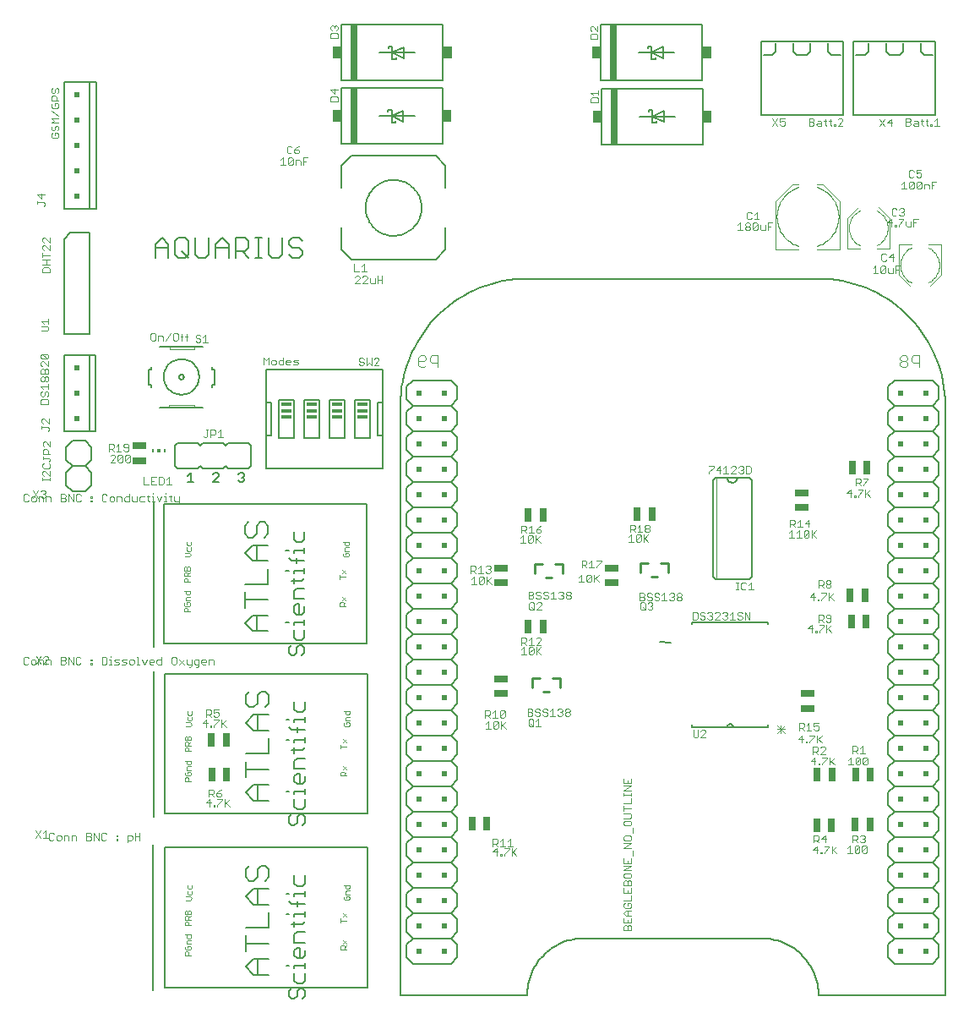
<source format=gto>
G75*
G70*
%OFA0B0*%
%FSLAX24Y24*%
%IPPOS*%
%LPD*%
%AMOC8*
5,1,8,0,0,1.08239X$1,22.5*
%
%ADD10C,0.0070*%
%ADD11C,0.0030*%
%ADD12C,0.0050*%
%ADD13R,0.0256X0.0551*%
%ADD14C,0.0060*%
%ADD15C,0.0040*%
%ADD16R,0.0200X0.0200*%
%ADD17C,0.0080*%
%ADD18C,0.0020*%
%ADD19R,0.0551X0.0256*%
%ADD20R,0.0300X0.2200*%
%ADD21R,0.0350X0.0500*%
%ADD22R,0.0400X0.0150*%
%ADD23C,0.0100*%
%ADD24R,0.0059X0.0118*%
%ADD25R,0.0118X0.0118*%
D10*
X021730Y049504D02*
X021730Y050031D01*
X021994Y050295D01*
X022257Y050031D01*
X022257Y049504D01*
X022522Y049636D02*
X022522Y050163D01*
X022654Y050295D01*
X022917Y050295D01*
X023049Y050163D01*
X023049Y049636D01*
X022917Y049504D01*
X022654Y049504D01*
X022522Y049636D01*
X022786Y049768D02*
X023049Y049504D01*
X023314Y049636D02*
X023446Y049504D01*
X023709Y049504D01*
X023841Y049636D01*
X023841Y050295D01*
X024106Y050031D02*
X024106Y049504D01*
X024106Y049899D02*
X024633Y049899D01*
X024633Y050031D02*
X024633Y049504D01*
X024898Y049504D02*
X024898Y050295D01*
X025293Y050295D01*
X025425Y050163D01*
X025425Y049899D01*
X025293Y049768D01*
X024898Y049768D01*
X025161Y049768D02*
X025425Y049504D01*
X025690Y049504D02*
X025953Y049504D01*
X025821Y049504D02*
X025821Y050295D01*
X025690Y050295D02*
X025953Y050295D01*
X026217Y050295D02*
X026217Y049636D01*
X026349Y049504D01*
X026613Y049504D01*
X026745Y049636D01*
X026745Y050295D01*
X027009Y050163D02*
X027009Y050031D01*
X027141Y049899D01*
X027405Y049899D01*
X027536Y049768D01*
X027536Y049636D01*
X027405Y049504D01*
X027141Y049504D01*
X027009Y049636D01*
X027009Y050163D02*
X027141Y050295D01*
X027405Y050295D01*
X027536Y050163D01*
X024633Y050031D02*
X024369Y050295D01*
X024106Y050031D01*
X023314Y050295D02*
X023314Y049636D01*
X022257Y049899D02*
X021730Y049899D01*
D11*
X021697Y046551D02*
X021745Y046503D01*
X021745Y046309D01*
X021697Y046261D01*
X021600Y046261D01*
X021552Y046309D01*
X021552Y046503D01*
X021600Y046551D01*
X021697Y046551D01*
X021846Y046454D02*
X021991Y046454D01*
X022040Y046406D01*
X022040Y046261D01*
X022141Y046261D02*
X022334Y046551D01*
X022436Y046503D02*
X022436Y046309D01*
X022484Y046261D01*
X022581Y046261D01*
X022629Y046309D01*
X022629Y046503D01*
X022581Y046551D01*
X022484Y046551D01*
X022436Y046503D01*
X022730Y046406D02*
X022827Y046406D01*
X022927Y046406D02*
X023023Y046406D01*
X022975Y046503D02*
X023023Y046551D01*
X022975Y046503D02*
X022975Y046261D01*
X022779Y046261D02*
X022779Y046503D01*
X022827Y046551D01*
X023332Y046429D02*
X023332Y046380D01*
X023381Y046332D01*
X023477Y046332D01*
X023526Y046284D01*
X023526Y046235D01*
X023477Y046187D01*
X023381Y046187D01*
X023332Y046235D01*
X023332Y046429D02*
X023381Y046477D01*
X023477Y046477D01*
X023526Y046429D01*
X023627Y046380D02*
X023724Y046477D01*
X023724Y046187D01*
X023820Y046187D02*
X023627Y046187D01*
X021846Y046261D02*
X021846Y046454D01*
X023728Y042731D02*
X023825Y042731D01*
X023777Y042731D02*
X023777Y042489D01*
X023728Y042441D01*
X023680Y042441D01*
X023632Y042489D01*
X023926Y042441D02*
X023926Y042731D01*
X024071Y042731D01*
X024120Y042683D01*
X024120Y042586D01*
X024071Y042538D01*
X023926Y042538D01*
X024221Y042634D02*
X024318Y042731D01*
X024318Y042441D01*
X024414Y042441D02*
X024221Y042441D01*
X022272Y040871D02*
X022272Y040581D01*
X022176Y040581D02*
X022369Y040581D01*
X022176Y040774D02*
X022272Y040871D01*
X022074Y040823D02*
X022026Y040871D01*
X021881Y040871D01*
X021881Y040581D01*
X022026Y040581D01*
X022074Y040629D01*
X022074Y040823D01*
X021780Y040871D02*
X021586Y040871D01*
X021586Y040581D01*
X021780Y040581D01*
X021683Y040726D02*
X021586Y040726D01*
X021485Y040581D02*
X021292Y040581D01*
X021292Y040871D01*
X021647Y040247D02*
X021647Y040199D01*
X021647Y040102D02*
X021647Y039908D01*
X021695Y039908D02*
X021598Y039908D01*
X021499Y039908D02*
X021450Y039957D01*
X021450Y040150D01*
X021402Y040102D02*
X021499Y040102D01*
X021598Y040102D02*
X021647Y040102D01*
X021795Y040102D02*
X021891Y039908D01*
X021988Y040102D01*
X022089Y040102D02*
X022138Y040102D01*
X022138Y039908D01*
X022186Y039908D02*
X022089Y039908D01*
X022334Y039957D02*
X022383Y039908D01*
X022334Y039957D02*
X022334Y040150D01*
X022286Y040102D02*
X022383Y040102D01*
X022482Y040102D02*
X022482Y039957D01*
X022531Y039908D01*
X022676Y039908D01*
X022676Y039860D02*
X022627Y039812D01*
X022579Y039812D01*
X022676Y039860D02*
X022676Y040102D01*
X022138Y040199D02*
X022138Y040247D01*
X021301Y040102D02*
X021156Y040102D01*
X021107Y040053D01*
X021107Y039957D01*
X021156Y039908D01*
X021301Y039908D01*
X021006Y039908D02*
X021006Y040102D01*
X020813Y040102D02*
X020813Y039957D01*
X020861Y039908D01*
X021006Y039908D01*
X020711Y039908D02*
X020566Y039908D01*
X020518Y039957D01*
X020518Y040053D01*
X020566Y040102D01*
X020711Y040102D01*
X020711Y040199D02*
X020711Y039908D01*
X020417Y039908D02*
X020417Y040053D01*
X020368Y040102D01*
X020223Y040102D01*
X020223Y039908D01*
X020122Y039957D02*
X020122Y040053D01*
X020074Y040102D01*
X019977Y040102D01*
X019929Y040053D01*
X019929Y039957D01*
X019977Y039908D01*
X020074Y039908D01*
X020122Y039957D01*
X019827Y039957D02*
X019779Y039908D01*
X019682Y039908D01*
X019634Y039957D01*
X019634Y040150D01*
X019682Y040199D01*
X019779Y040199D01*
X019827Y040150D01*
X019240Y040102D02*
X019240Y040053D01*
X019192Y040053D01*
X019192Y040102D01*
X019240Y040102D01*
X019240Y039957D02*
X019240Y039908D01*
X019192Y039908D01*
X019192Y039957D01*
X019240Y039957D01*
X018796Y039957D02*
X018748Y039908D01*
X018651Y039908D01*
X018603Y039957D01*
X018603Y040150D01*
X018651Y040199D01*
X018748Y040199D01*
X018796Y040150D01*
X018502Y040199D02*
X018502Y039908D01*
X018308Y040199D01*
X018308Y039908D01*
X018207Y039957D02*
X018159Y039908D01*
X018013Y039908D01*
X018013Y040199D01*
X018159Y040199D01*
X018207Y040150D01*
X018207Y040102D01*
X018159Y040053D01*
X018013Y040053D01*
X018159Y040053D02*
X018207Y040005D01*
X018207Y039957D01*
X017618Y039908D02*
X017618Y040053D01*
X017569Y040102D01*
X017424Y040102D01*
X017424Y039908D01*
X017323Y039908D02*
X017323Y040053D01*
X017275Y040102D01*
X017129Y040102D01*
X017129Y039908D01*
X017028Y039957D02*
X017028Y040053D01*
X016980Y040102D01*
X016883Y040102D01*
X016835Y040053D01*
X016835Y039957D01*
X016883Y039908D01*
X016980Y039908D01*
X017028Y039957D01*
X017111Y040058D02*
X016918Y040349D01*
X017111Y040349D02*
X016918Y040058D01*
X016734Y040150D02*
X016685Y040199D01*
X016588Y040199D01*
X016540Y040150D01*
X016540Y039957D01*
X016588Y039908D01*
X016685Y039908D01*
X016734Y039957D01*
X017212Y040107D02*
X017261Y040058D01*
X017357Y040058D01*
X017406Y040107D01*
X017406Y040155D01*
X017357Y040203D01*
X017309Y040203D01*
X017357Y040203D02*
X017406Y040252D01*
X017406Y040300D01*
X017357Y040349D01*
X017261Y040349D01*
X017212Y040300D01*
X017291Y040731D02*
X017291Y040828D01*
X017291Y040779D02*
X017582Y040779D01*
X017582Y040731D02*
X017582Y040828D01*
X017582Y040927D02*
X017388Y041121D01*
X017340Y041121D01*
X017291Y041073D01*
X017291Y040976D01*
X017340Y040927D01*
X017582Y040927D02*
X017582Y041121D01*
X017533Y041222D02*
X017582Y041270D01*
X017582Y041367D01*
X017533Y041416D01*
X017543Y041481D02*
X017592Y041529D01*
X017592Y041578D01*
X017543Y041626D01*
X017301Y041626D01*
X017301Y041578D02*
X017301Y041674D01*
X017301Y041776D02*
X017301Y041921D01*
X017350Y041969D01*
X017447Y041969D01*
X017495Y041921D01*
X017495Y041776D01*
X017592Y041776D02*
X017301Y041776D01*
X017350Y042070D02*
X017301Y042119D01*
X017301Y042215D01*
X017350Y042264D01*
X017398Y042264D01*
X017592Y042070D01*
X017592Y042264D01*
X017494Y042688D02*
X017542Y042736D01*
X017542Y042785D01*
X017494Y042833D01*
X017252Y042833D01*
X017252Y042785D02*
X017252Y042882D01*
X017300Y042983D02*
X017252Y043031D01*
X017252Y043128D01*
X017300Y043176D01*
X017349Y043176D01*
X017542Y042983D01*
X017542Y043176D01*
X017515Y043761D02*
X017515Y043906D01*
X017467Y043955D01*
X017274Y043955D01*
X017225Y043906D01*
X017225Y043761D01*
X017515Y043761D01*
X017467Y044056D02*
X017515Y044104D01*
X017515Y044201D01*
X017467Y044250D01*
X017419Y044250D01*
X017370Y044201D01*
X017370Y044104D01*
X017322Y044056D01*
X017274Y044056D01*
X017225Y044104D01*
X017225Y044201D01*
X017274Y044250D01*
X017322Y044351D02*
X017225Y044447D01*
X017515Y044447D01*
X017515Y044351D02*
X017515Y044544D01*
X017467Y044645D02*
X017419Y044645D01*
X017370Y044694D01*
X017370Y044790D01*
X017419Y044839D01*
X017467Y044839D01*
X017515Y044790D01*
X017515Y044694D01*
X017467Y044645D01*
X017370Y044694D02*
X017322Y044645D01*
X017274Y044645D01*
X017225Y044694D01*
X017225Y044790D01*
X017274Y044839D01*
X017322Y044839D01*
X017370Y044790D01*
X017370Y044940D02*
X017370Y045085D01*
X017419Y045133D01*
X017467Y045133D01*
X017515Y045085D01*
X017515Y044940D01*
X017225Y044940D01*
X017225Y045085D01*
X017274Y045133D01*
X017322Y045133D01*
X017370Y045085D01*
X017274Y045235D02*
X017225Y045283D01*
X017225Y045380D01*
X017274Y045428D01*
X017322Y045428D01*
X017515Y045235D01*
X017515Y045428D01*
X017467Y045529D02*
X017274Y045723D01*
X017467Y045723D01*
X017515Y045674D01*
X017515Y045578D01*
X017467Y045529D01*
X017274Y045529D01*
X017225Y045578D01*
X017225Y045674D01*
X017274Y045723D01*
X017235Y046631D02*
X017477Y046631D01*
X017525Y046679D01*
X017525Y046776D01*
X017477Y046824D01*
X017235Y046824D01*
X017332Y046925D02*
X017235Y047022D01*
X017525Y047022D01*
X017525Y046925D02*
X017525Y047119D01*
X017575Y048941D02*
X017575Y049086D01*
X017527Y049134D01*
X017334Y049134D01*
X017285Y049086D01*
X017285Y048941D01*
X017575Y048941D01*
X017575Y049235D02*
X017285Y049235D01*
X017430Y049235D02*
X017430Y049429D01*
X017285Y049429D02*
X017575Y049429D01*
X017575Y049627D02*
X017285Y049627D01*
X017285Y049530D02*
X017285Y049724D01*
X017334Y049825D02*
X017285Y049873D01*
X017285Y049970D01*
X017334Y050018D01*
X017382Y050018D01*
X017575Y049825D01*
X017575Y050018D01*
X017575Y050119D02*
X017382Y050313D01*
X017334Y050313D01*
X017285Y050264D01*
X017285Y050168D01*
X017334Y050119D01*
X017575Y050119D02*
X017575Y050313D01*
X017335Y051560D02*
X017383Y051608D01*
X017383Y051657D01*
X017335Y051705D01*
X017093Y051705D01*
X017093Y051657D02*
X017093Y051753D01*
X017238Y051855D02*
X017238Y052048D01*
X017093Y052000D02*
X017238Y051855D01*
X017383Y052000D02*
X017093Y052000D01*
X017685Y054238D02*
X017878Y054238D01*
X017926Y054287D01*
X017926Y054383D01*
X017878Y054432D01*
X017781Y054432D01*
X017781Y054335D01*
X017685Y054238D02*
X017636Y054287D01*
X017636Y054383D01*
X017685Y054432D01*
X017685Y054533D02*
X017733Y054533D01*
X017781Y054581D01*
X017781Y054678D01*
X017830Y054726D01*
X017878Y054726D01*
X017926Y054678D01*
X017926Y054581D01*
X017878Y054533D01*
X017685Y054533D02*
X017636Y054581D01*
X017636Y054678D01*
X017685Y054726D01*
X017636Y054828D02*
X017733Y054924D01*
X017636Y055021D01*
X017926Y055021D01*
X017926Y055122D02*
X017636Y055316D01*
X017685Y055417D02*
X017878Y055417D01*
X017926Y055465D01*
X017926Y055562D01*
X017878Y055610D01*
X017781Y055610D01*
X017781Y055514D01*
X017685Y055610D02*
X017636Y055562D01*
X017636Y055465D01*
X017685Y055417D01*
X017636Y055712D02*
X017636Y055857D01*
X017685Y055905D01*
X017781Y055905D01*
X017830Y055857D01*
X017830Y055712D01*
X017926Y055712D02*
X017636Y055712D01*
X017685Y056006D02*
X017733Y056006D01*
X017781Y056055D01*
X017781Y056151D01*
X017830Y056200D01*
X017878Y056200D01*
X017926Y056151D01*
X017926Y056055D01*
X017878Y056006D01*
X017685Y056006D02*
X017636Y056055D01*
X017636Y056151D01*
X017685Y056200D01*
X017636Y054828D02*
X017926Y054828D01*
X026683Y053370D02*
X026779Y053466D01*
X026779Y053176D01*
X026683Y053176D02*
X026876Y053176D01*
X026977Y053224D02*
X027171Y053418D01*
X027171Y053224D01*
X027122Y053176D01*
X027026Y053176D01*
X026977Y053224D01*
X026977Y053418D01*
X027026Y053466D01*
X027122Y053466D01*
X027171Y053418D01*
X027272Y053370D02*
X027417Y053370D01*
X027465Y053321D01*
X027465Y053176D01*
X027566Y053176D02*
X027566Y053466D01*
X027760Y053466D01*
X027663Y053321D02*
X027566Y053321D01*
X027272Y053370D02*
X027272Y053176D01*
X027274Y053636D02*
X027226Y053684D01*
X027226Y053781D01*
X027371Y053781D01*
X027420Y053733D01*
X027420Y053684D01*
X027371Y053636D01*
X027274Y053636D01*
X027226Y053781D02*
X027323Y053878D01*
X027420Y053926D01*
X027125Y053878D02*
X027077Y053926D01*
X026980Y053926D01*
X026931Y053878D01*
X026931Y053684D01*
X026980Y053636D01*
X027077Y053636D01*
X027125Y053684D01*
X028651Y055691D02*
X028651Y055836D01*
X028700Y055884D01*
X028893Y055884D01*
X028942Y055836D01*
X028942Y055691D01*
X028651Y055691D01*
X028797Y055986D02*
X028797Y056179D01*
X028942Y056131D02*
X028651Y056131D01*
X028797Y055986D01*
X028651Y058185D02*
X028942Y058185D01*
X028942Y058331D01*
X028893Y058379D01*
X028700Y058379D01*
X028651Y058331D01*
X028651Y058185D01*
X028700Y058480D02*
X028651Y058528D01*
X028651Y058625D01*
X028700Y058674D01*
X028748Y058674D01*
X028797Y058625D01*
X028845Y058674D01*
X028893Y058674D01*
X028942Y058625D01*
X028942Y058528D01*
X028893Y058480D01*
X028797Y058577D02*
X028797Y058625D01*
X029579Y049271D02*
X029579Y048981D01*
X029772Y048981D01*
X029874Y048981D02*
X030067Y048981D01*
X029970Y048981D02*
X029970Y049271D01*
X029874Y049174D01*
X029958Y048801D02*
X029910Y048753D01*
X029958Y048801D02*
X030055Y048801D01*
X030103Y048753D01*
X030103Y048705D01*
X029910Y048511D01*
X030103Y048511D01*
X030204Y048560D02*
X030253Y048511D01*
X030398Y048511D01*
X030398Y048705D01*
X030499Y048656D02*
X030692Y048656D01*
X030692Y048801D02*
X030692Y048511D01*
X030499Y048511D02*
X030499Y048801D01*
X030204Y048705D02*
X030204Y048560D01*
X029809Y048511D02*
X029615Y048511D01*
X029809Y048705D01*
X029809Y048753D01*
X029760Y048801D01*
X029663Y048801D01*
X029615Y048753D01*
X029826Y045571D02*
X029778Y045523D01*
X029778Y045474D01*
X029826Y045426D01*
X029923Y045426D01*
X029971Y045378D01*
X029971Y045329D01*
X029923Y045281D01*
X029826Y045281D01*
X029778Y045329D01*
X029826Y045571D02*
X029923Y045571D01*
X029971Y045523D01*
X030072Y045571D02*
X030072Y045281D01*
X030169Y045378D01*
X030266Y045281D01*
X030266Y045571D01*
X030367Y045523D02*
X030415Y045571D01*
X030512Y045571D01*
X030560Y045523D01*
X030560Y045474D01*
X030367Y045281D01*
X030560Y045281D01*
X027380Y045349D02*
X027332Y045398D01*
X027235Y045398D01*
X027187Y045446D01*
X027235Y045494D01*
X027380Y045494D01*
X027380Y045349D02*
X027332Y045301D01*
X027187Y045301D01*
X027086Y045398D02*
X026892Y045398D01*
X026892Y045446D02*
X026941Y045494D01*
X027037Y045494D01*
X027086Y045446D01*
X027086Y045398D01*
X027037Y045301D02*
X026941Y045301D01*
X026892Y045349D01*
X026892Y045446D01*
X026791Y045494D02*
X026646Y045494D01*
X026598Y045446D01*
X026598Y045349D01*
X026646Y045301D01*
X026791Y045301D01*
X026791Y045591D01*
X026497Y045446D02*
X026448Y045494D01*
X026351Y045494D01*
X026303Y045446D01*
X026303Y045349D01*
X026351Y045301D01*
X026448Y045301D01*
X026497Y045349D01*
X026497Y045446D01*
X026202Y045591D02*
X026202Y045301D01*
X026008Y045301D02*
X026008Y045591D01*
X026105Y045494D01*
X026202Y045591D01*
X020684Y042133D02*
X020636Y042181D01*
X020539Y042181D01*
X020491Y042133D01*
X020491Y042084D01*
X020539Y042036D01*
X020684Y042036D01*
X020684Y041939D02*
X020684Y042133D01*
X020684Y041939D02*
X020636Y041891D01*
X020539Y041891D01*
X020491Y041939D01*
X020390Y041891D02*
X020196Y041891D01*
X020293Y041891D02*
X020293Y042181D01*
X020196Y042084D01*
X020095Y042036D02*
X020047Y041988D01*
X019902Y041988D01*
X019998Y041988D02*
X020095Y041891D01*
X020107Y041751D02*
X020010Y041751D01*
X019962Y041703D01*
X020107Y041751D02*
X020155Y041703D01*
X020155Y041654D01*
X019962Y041461D01*
X020155Y041461D01*
X020256Y041509D02*
X020450Y041703D01*
X020450Y041509D01*
X020401Y041461D01*
X020305Y041461D01*
X020256Y041509D01*
X020256Y041703D01*
X020305Y041751D01*
X020401Y041751D01*
X020450Y041703D01*
X020551Y041703D02*
X020599Y041751D01*
X020696Y041751D01*
X020744Y041703D01*
X020551Y041509D01*
X020599Y041461D01*
X020696Y041461D01*
X020744Y041509D01*
X020744Y041703D01*
X020551Y041703D02*
X020551Y041509D01*
X020095Y042036D02*
X020095Y042133D01*
X020047Y042181D01*
X019902Y042181D01*
X019902Y041891D01*
X017533Y041222D02*
X017340Y041222D01*
X017291Y041270D01*
X017291Y041367D01*
X017340Y041416D01*
X017371Y033809D02*
X017323Y033760D01*
X017371Y033809D02*
X017468Y033809D01*
X017516Y033760D01*
X017516Y033712D01*
X017323Y033518D01*
X017516Y033518D01*
X017420Y033488D02*
X017420Y033682D01*
X017565Y033682D01*
X017613Y033633D01*
X017613Y033488D01*
X017318Y033488D02*
X017318Y033633D01*
X017270Y033682D01*
X017125Y033682D01*
X017125Y033488D01*
X017222Y033518D02*
X017028Y033809D01*
X016975Y033682D02*
X016879Y033682D01*
X016830Y033633D01*
X016830Y033537D01*
X016879Y033488D01*
X016975Y033488D01*
X017024Y033537D01*
X017024Y033633D01*
X016975Y033682D01*
X017028Y033518D02*
X017222Y033809D01*
X016729Y033730D02*
X016681Y033779D01*
X016584Y033779D01*
X016536Y033730D01*
X016536Y033537D01*
X016584Y033488D01*
X016681Y033488D01*
X016729Y033537D01*
X018009Y033488D02*
X018154Y033488D01*
X018202Y033537D01*
X018202Y033585D01*
X018154Y033633D01*
X018009Y033633D01*
X018009Y033488D02*
X018009Y033779D01*
X018154Y033779D01*
X018202Y033730D01*
X018202Y033682D01*
X018154Y033633D01*
X018303Y033488D02*
X018303Y033779D01*
X018497Y033488D01*
X018497Y033779D01*
X018598Y033730D02*
X018598Y033537D01*
X018646Y033488D01*
X018743Y033488D01*
X018792Y033537D01*
X018792Y033730D02*
X018743Y033779D01*
X018646Y033779D01*
X018598Y033730D01*
X019187Y033682D02*
X019187Y033633D01*
X019236Y033633D01*
X019236Y033682D01*
X019187Y033682D01*
X019187Y033537D02*
X019187Y033488D01*
X019236Y033488D01*
X019236Y033537D01*
X019187Y033537D01*
X019629Y033488D02*
X019775Y033488D01*
X019823Y033537D01*
X019823Y033730D01*
X019775Y033779D01*
X019629Y033779D01*
X019629Y033488D01*
X019924Y033488D02*
X020021Y033488D01*
X019972Y033488D02*
X019972Y033682D01*
X019924Y033682D01*
X019972Y033779D02*
X019972Y033827D01*
X020120Y033633D02*
X020169Y033682D01*
X020314Y033682D01*
X020266Y033585D02*
X020314Y033537D01*
X020266Y033488D01*
X020120Y033488D01*
X020169Y033585D02*
X020120Y033633D01*
X020169Y033585D02*
X020266Y033585D01*
X020415Y033633D02*
X020464Y033682D01*
X020609Y033682D01*
X020560Y033585D02*
X020464Y033585D01*
X020415Y033633D01*
X020415Y033488D02*
X020560Y033488D01*
X020609Y033537D01*
X020560Y033585D01*
X020710Y033537D02*
X020758Y033488D01*
X020855Y033488D01*
X020903Y033537D01*
X020903Y033633D01*
X020855Y033682D01*
X020758Y033682D01*
X020710Y033633D01*
X020710Y033537D01*
X021004Y033488D02*
X021101Y033488D01*
X021053Y033488D02*
X021053Y033779D01*
X021004Y033779D01*
X021201Y033682D02*
X021298Y033488D01*
X021394Y033682D01*
X021496Y033633D02*
X021544Y033682D01*
X021641Y033682D01*
X021689Y033633D01*
X021689Y033585D01*
X021496Y033585D01*
X021496Y033537D02*
X021496Y033633D01*
X021496Y033537D02*
X021544Y033488D01*
X021641Y033488D01*
X021790Y033537D02*
X021790Y033633D01*
X021839Y033682D01*
X021984Y033682D01*
X021984Y033779D02*
X021984Y033488D01*
X021839Y033488D01*
X021790Y033537D01*
X022379Y033537D02*
X022428Y033488D01*
X022525Y033488D01*
X022573Y033537D01*
X022573Y033730D01*
X022525Y033779D01*
X022428Y033779D01*
X022379Y033730D01*
X022379Y033537D01*
X022674Y033488D02*
X022868Y033682D01*
X022969Y033682D02*
X022969Y033537D01*
X023017Y033488D01*
X023162Y033488D01*
X023162Y033440D02*
X023114Y033392D01*
X023066Y033392D01*
X023162Y033440D02*
X023162Y033682D01*
X023263Y033633D02*
X023263Y033537D01*
X023312Y033488D01*
X023457Y033488D01*
X023457Y033440D02*
X023457Y033682D01*
X023312Y033682D01*
X023263Y033633D01*
X023360Y033392D02*
X023409Y033392D01*
X023457Y033440D01*
X023558Y033537D02*
X023558Y033633D01*
X023606Y033682D01*
X023703Y033682D01*
X023752Y033633D01*
X023752Y033585D01*
X023558Y033585D01*
X023558Y033537D02*
X023606Y033488D01*
X023703Y033488D01*
X023853Y033488D02*
X023853Y033682D01*
X023998Y033682D01*
X024046Y033633D01*
X024046Y033488D01*
X022868Y033488D02*
X022674Y033682D01*
X023750Y031707D02*
X023895Y031707D01*
X023943Y031659D01*
X023943Y031562D01*
X023895Y031513D01*
X023750Y031513D01*
X023750Y031417D02*
X023750Y031707D01*
X023846Y031513D02*
X023943Y031417D01*
X024044Y031465D02*
X024093Y031417D01*
X024190Y031417D01*
X024238Y031465D01*
X024238Y031562D01*
X024190Y031610D01*
X024141Y031610D01*
X024044Y031562D01*
X024044Y031707D01*
X024238Y031707D01*
X024243Y031317D02*
X024243Y031269D01*
X024050Y031075D01*
X024050Y031027D01*
X023951Y031027D02*
X023902Y031027D01*
X023902Y031075D01*
X023951Y031075D01*
X023951Y031027D01*
X023753Y031027D02*
X023753Y031317D01*
X023608Y031172D01*
X023801Y031172D01*
X024050Y031317D02*
X024243Y031317D01*
X024344Y031317D02*
X024344Y031027D01*
X024344Y031123D02*
X024538Y031317D01*
X024393Y031172D02*
X024538Y031027D01*
X024348Y028561D02*
X024251Y028513D01*
X024154Y028416D01*
X024300Y028416D01*
X024348Y028368D01*
X024348Y028319D01*
X024300Y028271D01*
X024203Y028271D01*
X024154Y028319D01*
X024154Y028416D01*
X024053Y028416D02*
X024005Y028368D01*
X023860Y028368D01*
X023956Y028368D02*
X024053Y028271D01*
X024053Y028416D02*
X024053Y028513D01*
X024005Y028561D01*
X023860Y028561D01*
X023860Y028271D01*
X023883Y028181D02*
X023738Y028036D01*
X023931Y028036D01*
X024032Y027939D02*
X024081Y027939D01*
X024081Y027891D01*
X024032Y027891D01*
X024032Y027939D01*
X024180Y027939D02*
X024180Y027891D01*
X024180Y027939D02*
X024373Y028133D01*
X024373Y028181D01*
X024180Y028181D01*
X024474Y028181D02*
X024474Y027891D01*
X024474Y027988D02*
X024668Y028181D01*
X024523Y028036D02*
X024668Y027891D01*
X023883Y027891D02*
X023883Y028181D01*
X021126Y026849D02*
X021126Y026558D01*
X021126Y026703D02*
X020933Y026703D01*
X020831Y026703D02*
X020831Y026607D01*
X020783Y026558D01*
X020638Y026558D01*
X020638Y026462D02*
X020638Y026752D01*
X020783Y026752D01*
X020831Y026703D01*
X020933Y026558D02*
X020933Y026849D01*
X020244Y026752D02*
X020244Y026703D01*
X020196Y026703D01*
X020196Y026752D01*
X020244Y026752D01*
X020244Y026607D02*
X020244Y026558D01*
X020196Y026558D01*
X020196Y026607D01*
X020244Y026607D01*
X019800Y026607D02*
X019752Y026558D01*
X019655Y026558D01*
X019607Y026607D01*
X019607Y026800D01*
X019655Y026849D01*
X019752Y026849D01*
X019800Y026800D01*
X019505Y026849D02*
X019505Y026558D01*
X019312Y026849D01*
X019312Y026558D01*
X019211Y026607D02*
X019162Y026558D01*
X019017Y026558D01*
X019017Y026849D01*
X019162Y026849D01*
X019211Y026800D01*
X019211Y026752D01*
X019162Y026703D01*
X019017Y026703D01*
X019162Y026703D02*
X019211Y026655D01*
X019211Y026607D01*
X018621Y026558D02*
X018621Y026703D01*
X018573Y026752D01*
X018428Y026752D01*
X018428Y026558D01*
X018327Y026558D02*
X018327Y026703D01*
X018278Y026752D01*
X018133Y026752D01*
X018133Y026558D01*
X018032Y026607D02*
X018032Y026703D01*
X017984Y026752D01*
X017887Y026752D01*
X017839Y026703D01*
X017839Y026607D01*
X017887Y026558D01*
X017984Y026558D01*
X018032Y026607D01*
X017738Y026607D02*
X017689Y026558D01*
X017592Y026558D01*
X017544Y026607D01*
X017544Y026800D01*
X017592Y026849D01*
X017689Y026849D01*
X017738Y026800D01*
X017506Y026648D02*
X017313Y026648D01*
X017409Y026648D02*
X017409Y026939D01*
X017313Y026842D01*
X017211Y026939D02*
X017018Y026648D01*
X017211Y026648D02*
X017018Y026939D01*
X034212Y036661D02*
X034405Y036661D01*
X034308Y036661D02*
X034308Y036951D01*
X034212Y036854D01*
X034182Y037091D02*
X034182Y037381D01*
X034327Y037381D01*
X034375Y037333D01*
X034375Y037236D01*
X034327Y037188D01*
X034182Y037188D01*
X034278Y037188D02*
X034375Y037091D01*
X034476Y037091D02*
X034670Y037091D01*
X034573Y037091D02*
X034573Y037381D01*
X034476Y037284D01*
X034771Y037333D02*
X034819Y037381D01*
X034916Y037381D01*
X034964Y037333D01*
X034964Y037284D01*
X034916Y037236D01*
X034964Y037188D01*
X034964Y037139D01*
X034916Y037091D01*
X034819Y037091D01*
X034771Y037139D01*
X034868Y037236D02*
X034916Y037236D01*
X034994Y036951D02*
X034801Y036758D01*
X034849Y036806D02*
X034994Y036661D01*
X034801Y036661D02*
X034801Y036951D01*
X034700Y036903D02*
X034506Y036709D01*
X034555Y036661D01*
X034651Y036661D01*
X034700Y036709D01*
X034700Y036903D01*
X034651Y036951D01*
X034555Y036951D01*
X034506Y036903D01*
X034506Y036709D01*
X036148Y038291D02*
X036341Y038291D01*
X036244Y038291D02*
X036244Y038581D01*
X036148Y038484D01*
X036178Y038671D02*
X036178Y038961D01*
X036323Y038961D01*
X036371Y038913D01*
X036371Y038816D01*
X036323Y038768D01*
X036178Y038768D01*
X036274Y038768D02*
X036371Y038671D01*
X036472Y038671D02*
X036666Y038671D01*
X036569Y038671D02*
X036569Y038961D01*
X036472Y038864D01*
X036491Y038581D02*
X036587Y038581D01*
X036636Y038533D01*
X036442Y038339D01*
X036491Y038291D01*
X036587Y038291D01*
X036636Y038339D01*
X036636Y038533D01*
X036737Y038581D02*
X036737Y038291D01*
X036737Y038388D02*
X036930Y038581D01*
X036912Y038671D02*
X036815Y038671D01*
X036767Y038719D01*
X036767Y038816D01*
X036912Y038816D01*
X036960Y038768D01*
X036960Y038719D01*
X036912Y038671D01*
X036767Y038816D02*
X036864Y038913D01*
X036960Y038961D01*
X036785Y038436D02*
X036930Y038291D01*
X036442Y038339D02*
X036442Y038533D01*
X036491Y038581D01*
X036462Y036361D02*
X036607Y036361D01*
X036655Y036313D01*
X036655Y036264D01*
X036607Y036216D01*
X036462Y036216D01*
X036607Y036216D02*
X036655Y036168D01*
X036655Y036119D01*
X036607Y036071D01*
X036462Y036071D01*
X036462Y036361D01*
X036756Y036313D02*
X036756Y036264D01*
X036805Y036216D01*
X036901Y036216D01*
X036950Y036168D01*
X036950Y036119D01*
X036901Y036071D01*
X036805Y036071D01*
X036756Y036119D01*
X036756Y036313D02*
X036805Y036361D01*
X036901Y036361D01*
X036950Y036313D01*
X037051Y036313D02*
X037051Y036264D01*
X037099Y036216D01*
X037196Y036216D01*
X037244Y036168D01*
X037244Y036119D01*
X037196Y036071D01*
X037099Y036071D01*
X037051Y036119D01*
X037051Y036313D02*
X037099Y036361D01*
X037196Y036361D01*
X037244Y036313D01*
X037346Y036264D02*
X037442Y036361D01*
X037442Y036071D01*
X037346Y036071D02*
X037539Y036071D01*
X037640Y036119D02*
X037689Y036071D01*
X037785Y036071D01*
X037834Y036119D01*
X037834Y036168D01*
X037785Y036216D01*
X037737Y036216D01*
X037785Y036216D02*
X037834Y036264D01*
X037834Y036313D01*
X037785Y036361D01*
X037689Y036361D01*
X037640Y036313D01*
X037935Y036313D02*
X037935Y036264D01*
X037983Y036216D01*
X038080Y036216D01*
X038128Y036168D01*
X038128Y036119D01*
X038080Y036071D01*
X037983Y036071D01*
X037935Y036119D01*
X037935Y036168D01*
X037983Y036216D01*
X038080Y036216D02*
X038128Y036264D01*
X038128Y036313D01*
X038080Y036361D01*
X037983Y036361D01*
X037935Y036313D01*
X038458Y036731D02*
X038651Y036731D01*
X038554Y036731D02*
X038554Y037021D01*
X038458Y036924D01*
X038752Y036973D02*
X038801Y037021D01*
X038897Y037021D01*
X038946Y036973D01*
X038752Y036779D01*
X038801Y036731D01*
X038897Y036731D01*
X038946Y036779D01*
X038946Y036973D01*
X039047Y037021D02*
X039047Y036731D01*
X039047Y036828D02*
X039240Y037021D01*
X039095Y036876D02*
X039240Y036731D01*
X038752Y036779D02*
X038752Y036973D01*
X038755Y037301D02*
X038658Y037398D01*
X038707Y037398D02*
X038562Y037398D01*
X038562Y037301D02*
X038562Y037591D01*
X038707Y037591D01*
X038755Y037543D01*
X038755Y037446D01*
X038707Y037398D01*
X038856Y037494D02*
X038953Y037591D01*
X038953Y037301D01*
X038856Y037301D02*
X039050Y037301D01*
X039151Y037301D02*
X039151Y037349D01*
X039344Y037543D01*
X039344Y037591D01*
X039151Y037591D01*
X040408Y038321D02*
X040601Y038321D01*
X040504Y038321D02*
X040504Y038611D01*
X040408Y038514D01*
X040468Y038701D02*
X040468Y038991D01*
X040613Y038991D01*
X040661Y038943D01*
X040661Y038846D01*
X040613Y038798D01*
X040468Y038798D01*
X040564Y038798D02*
X040661Y038701D01*
X040762Y038701D02*
X040956Y038701D01*
X040859Y038701D02*
X040859Y038991D01*
X040762Y038894D01*
X040751Y038611D02*
X040847Y038611D01*
X040896Y038563D01*
X040702Y038369D01*
X040751Y038321D01*
X040847Y038321D01*
X040896Y038369D01*
X040896Y038563D01*
X040997Y038611D02*
X040997Y038321D01*
X040997Y038418D02*
X041190Y038611D01*
X041202Y038701D02*
X041105Y038701D01*
X041057Y038749D01*
X041057Y038798D01*
X041105Y038846D01*
X041202Y038846D01*
X041250Y038798D01*
X041250Y038749D01*
X041202Y038701D01*
X041202Y038846D02*
X041250Y038894D01*
X041250Y038943D01*
X041202Y038991D01*
X041105Y038991D01*
X041057Y038943D01*
X041057Y038894D01*
X041105Y038846D01*
X041045Y038466D02*
X041190Y038321D01*
X040702Y038369D02*
X040702Y038563D01*
X040751Y038611D01*
X040842Y036301D02*
X040987Y036301D01*
X041035Y036253D01*
X041035Y036204D01*
X040987Y036156D01*
X040842Y036156D01*
X040987Y036156D02*
X041035Y036108D01*
X041035Y036059D01*
X040987Y036011D01*
X040842Y036011D01*
X040842Y036301D01*
X041136Y036253D02*
X041136Y036204D01*
X041185Y036156D01*
X041281Y036156D01*
X041330Y036108D01*
X041330Y036059D01*
X041281Y036011D01*
X041185Y036011D01*
X041136Y036059D01*
X041215Y035931D02*
X041311Y035931D01*
X041360Y035883D01*
X041360Y035834D01*
X041311Y035786D01*
X041360Y035738D01*
X041360Y035689D01*
X041311Y035641D01*
X041215Y035641D01*
X041166Y035689D01*
X041065Y035689D02*
X041017Y035641D01*
X040920Y035641D01*
X040872Y035689D01*
X040872Y035883D01*
X040920Y035931D01*
X041017Y035931D01*
X041065Y035883D01*
X041065Y035689D01*
X041065Y035641D02*
X040968Y035738D01*
X041166Y035883D02*
X041215Y035931D01*
X041263Y035786D02*
X041311Y035786D01*
X041479Y036011D02*
X041431Y036059D01*
X041479Y036011D02*
X041576Y036011D01*
X041624Y036059D01*
X041624Y036108D01*
X041576Y036156D01*
X041479Y036156D01*
X041431Y036204D01*
X041431Y036253D01*
X041479Y036301D01*
X041576Y036301D01*
X041624Y036253D01*
X041726Y036204D02*
X041822Y036301D01*
X041822Y036011D01*
X041726Y036011D02*
X041919Y036011D01*
X042020Y036059D02*
X042069Y036011D01*
X042165Y036011D01*
X042214Y036059D01*
X042214Y036108D01*
X042165Y036156D01*
X042117Y036156D01*
X042165Y036156D02*
X042214Y036204D01*
X042214Y036253D01*
X042165Y036301D01*
X042069Y036301D01*
X042020Y036253D01*
X042315Y036253D02*
X042315Y036204D01*
X042363Y036156D01*
X042460Y036156D01*
X042508Y036108D01*
X042508Y036059D01*
X042460Y036011D01*
X042363Y036011D01*
X042315Y036059D01*
X042315Y036108D01*
X042363Y036156D01*
X042460Y036156D02*
X042508Y036204D01*
X042508Y036253D01*
X042460Y036301D01*
X042363Y036301D01*
X042315Y036253D01*
X042935Y035549D02*
X043080Y035549D01*
X043129Y035501D01*
X043129Y035307D01*
X043080Y035259D01*
X042935Y035259D01*
X042935Y035549D01*
X043230Y035501D02*
X043230Y035453D01*
X043278Y035404D01*
X043375Y035404D01*
X043423Y035356D01*
X043423Y035307D01*
X043375Y035259D01*
X043278Y035259D01*
X043230Y035307D01*
X043230Y035501D02*
X043278Y035549D01*
X043375Y035549D01*
X043423Y035501D01*
X043524Y035501D02*
X043573Y035549D01*
X043669Y035549D01*
X043718Y035501D01*
X043718Y035453D01*
X043669Y035404D01*
X043718Y035356D01*
X043718Y035307D01*
X043669Y035259D01*
X043573Y035259D01*
X043524Y035307D01*
X043621Y035404D02*
X043669Y035404D01*
X043819Y035501D02*
X043867Y035549D01*
X043964Y035549D01*
X044012Y035501D01*
X044012Y035453D01*
X043819Y035259D01*
X044012Y035259D01*
X044114Y035307D02*
X044162Y035259D01*
X044259Y035259D01*
X044307Y035307D01*
X044307Y035356D01*
X044259Y035404D01*
X044210Y035404D01*
X044259Y035404D02*
X044307Y035453D01*
X044307Y035501D01*
X044259Y035549D01*
X044162Y035549D01*
X044114Y035501D01*
X044408Y035453D02*
X044505Y035549D01*
X044505Y035259D01*
X044408Y035259D02*
X044602Y035259D01*
X044703Y035307D02*
X044751Y035259D01*
X044848Y035259D01*
X044896Y035307D01*
X044896Y035356D01*
X044848Y035404D01*
X044751Y035404D01*
X044703Y035453D01*
X044703Y035501D01*
X044751Y035549D01*
X044848Y035549D01*
X044896Y035501D01*
X044998Y035549D02*
X045191Y035259D01*
X045191Y035549D01*
X044998Y035549D02*
X044998Y035259D01*
X045000Y036428D02*
X045048Y036476D01*
X045000Y036428D02*
X044903Y036428D01*
X044855Y036476D01*
X044855Y036670D01*
X044903Y036718D01*
X045000Y036718D01*
X045048Y036670D01*
X045149Y036621D02*
X045246Y036718D01*
X045246Y036428D01*
X045149Y036428D02*
X045343Y036428D01*
X044755Y036428D02*
X044658Y036428D01*
X044707Y036428D02*
X044707Y036718D01*
X044755Y036718D02*
X044658Y036718D01*
X046744Y038472D02*
X046938Y038472D01*
X046841Y038472D02*
X046841Y038762D01*
X046744Y038666D01*
X046775Y038900D02*
X046775Y039190D01*
X046920Y039190D01*
X046969Y039142D01*
X046969Y039045D01*
X046920Y038997D01*
X046775Y038997D01*
X046872Y038997D02*
X046969Y038900D01*
X047070Y038900D02*
X047263Y038900D01*
X047166Y038900D02*
X047166Y039190D01*
X047070Y039093D01*
X047364Y039045D02*
X047558Y039045D01*
X047509Y038900D02*
X047509Y039190D01*
X047364Y039045D01*
X047382Y038762D02*
X047479Y038762D01*
X047527Y038714D01*
X047334Y038520D01*
X047382Y038472D01*
X047479Y038472D01*
X047527Y038520D01*
X047527Y038714D01*
X047628Y038762D02*
X047628Y038472D01*
X047628Y038569D02*
X047822Y038762D01*
X047677Y038617D02*
X047822Y038472D01*
X047334Y038520D02*
X047334Y038714D01*
X047382Y038762D01*
X047136Y038762D02*
X047136Y038472D01*
X047232Y038472D02*
X047039Y038472D01*
X047039Y038666D02*
X047136Y038762D01*
X049020Y040236D02*
X049214Y040236D01*
X049315Y040139D02*
X049363Y040139D01*
X049363Y040091D01*
X049315Y040091D01*
X049315Y040139D01*
X049462Y040139D02*
X049462Y040091D01*
X049462Y040139D02*
X049656Y040333D01*
X049656Y040381D01*
X049462Y040381D01*
X049372Y040531D02*
X049372Y040821D01*
X049517Y040821D01*
X049566Y040773D01*
X049566Y040676D01*
X049517Y040628D01*
X049372Y040628D01*
X049469Y040628D02*
X049566Y040531D01*
X049667Y040531D02*
X049667Y040579D01*
X049860Y040773D01*
X049860Y040821D01*
X049667Y040821D01*
X049757Y040381D02*
X049757Y040091D01*
X049757Y040188D02*
X049950Y040381D01*
X049805Y040236D02*
X049950Y040091D01*
X049165Y040091D02*
X049165Y040381D01*
X049020Y040236D01*
X048342Y036801D02*
X048390Y036753D01*
X048390Y036704D01*
X048342Y036656D01*
X048245Y036656D01*
X048197Y036704D01*
X048197Y036753D01*
X048245Y036801D01*
X048342Y036801D01*
X048342Y036656D02*
X048390Y036608D01*
X048390Y036559D01*
X048342Y036511D01*
X048245Y036511D01*
X048197Y036559D01*
X048197Y036608D01*
X048245Y036656D01*
X048096Y036656D02*
X048047Y036608D01*
X047902Y036608D01*
X047902Y036511D02*
X047902Y036801D01*
X048047Y036801D01*
X048096Y036753D01*
X048096Y036656D01*
X047999Y036608D02*
X048096Y036511D01*
X048022Y036301D02*
X048216Y036301D01*
X048216Y036253D01*
X048022Y036059D01*
X048022Y036011D01*
X047923Y036011D02*
X047875Y036011D01*
X047875Y036059D01*
X047923Y036059D01*
X047923Y036011D01*
X047725Y036011D02*
X047725Y036301D01*
X047580Y036156D01*
X047774Y036156D01*
X048317Y036108D02*
X048510Y036301D01*
X048317Y036301D02*
X048317Y036011D01*
X048365Y036156D02*
X048510Y036011D01*
X048342Y035451D02*
X048245Y035451D01*
X048197Y035403D01*
X048197Y035354D01*
X048245Y035306D01*
X048390Y035306D01*
X048390Y035209D02*
X048390Y035403D01*
X048342Y035451D01*
X048390Y035209D02*
X048342Y035161D01*
X048245Y035161D01*
X048197Y035209D01*
X048096Y035161D02*
X047999Y035258D01*
X048047Y035258D02*
X047902Y035258D01*
X047902Y035161D02*
X047902Y035451D01*
X048047Y035451D01*
X048096Y035403D01*
X048096Y035306D01*
X048047Y035258D01*
X048126Y035041D02*
X047932Y035041D01*
X048126Y035041D02*
X048126Y034993D01*
X047932Y034799D01*
X047932Y034751D01*
X047833Y034751D02*
X047785Y034751D01*
X047785Y034799D01*
X047833Y034799D01*
X047833Y034751D01*
X047635Y034751D02*
X047635Y035041D01*
X047490Y034896D01*
X047684Y034896D01*
X048227Y034848D02*
X048420Y035041D01*
X048227Y035041D02*
X048227Y034751D01*
X048275Y034896D02*
X048420Y034751D01*
X047917Y031184D02*
X047724Y031184D01*
X047724Y031038D01*
X047820Y031087D01*
X047869Y031087D01*
X047917Y031038D01*
X047917Y030942D01*
X047869Y030893D01*
X047772Y030893D01*
X047724Y030942D01*
X047622Y030893D02*
X047429Y030893D01*
X047526Y030893D02*
X047526Y031184D01*
X047429Y031087D01*
X047328Y031135D02*
X047328Y031038D01*
X047279Y030990D01*
X047134Y030990D01*
X047134Y030893D02*
X047134Y031184D01*
X047279Y031184D01*
X047328Y031135D01*
X047231Y030990D02*
X047328Y030893D01*
X047249Y030694D02*
X047104Y030548D01*
X047298Y030548D01*
X047399Y030452D02*
X047447Y030452D01*
X047447Y030403D01*
X047399Y030403D01*
X047399Y030452D01*
X047546Y030452D02*
X047546Y030403D01*
X047546Y030452D02*
X047740Y030645D01*
X047740Y030694D01*
X047546Y030694D01*
X047841Y030694D02*
X047841Y030403D01*
X047841Y030500D02*
X048034Y030694D01*
X047889Y030548D02*
X048034Y030403D01*
X048035Y030244D02*
X047987Y030196D01*
X048035Y030244D02*
X048132Y030244D01*
X048180Y030196D01*
X048180Y030148D01*
X047987Y029954D01*
X048180Y029954D01*
X048235Y029818D02*
X048235Y029770D01*
X048042Y029576D01*
X048042Y029528D01*
X047943Y029528D02*
X047894Y029528D01*
X047894Y029576D01*
X047943Y029576D01*
X047943Y029528D01*
X047745Y029528D02*
X047745Y029818D01*
X047600Y029673D01*
X047793Y029673D01*
X048042Y029818D02*
X048235Y029818D01*
X048336Y029818D02*
X048336Y029528D01*
X048336Y029625D02*
X048530Y029818D01*
X048385Y029673D02*
X048530Y029528D01*
X049067Y029532D02*
X049261Y029532D01*
X049164Y029532D02*
X049164Y029822D01*
X049067Y029726D01*
X049362Y029774D02*
X049362Y029580D01*
X049555Y029774D01*
X049555Y029580D01*
X049507Y029532D01*
X049410Y029532D01*
X049362Y029580D01*
X049362Y029774D02*
X049410Y029822D01*
X049507Y029822D01*
X049555Y029774D01*
X049656Y029774D02*
X049705Y029822D01*
X049802Y029822D01*
X049850Y029774D01*
X049656Y029580D01*
X049705Y029532D01*
X049802Y029532D01*
X049850Y029580D01*
X049850Y029774D01*
X049656Y029774D02*
X049656Y029580D01*
X049633Y029972D02*
X049633Y030262D01*
X049536Y030166D01*
X049435Y030214D02*
X049435Y030117D01*
X049387Y030069D01*
X049242Y030069D01*
X049339Y030069D02*
X049435Y029972D01*
X049536Y029972D02*
X049730Y029972D01*
X049435Y030214D02*
X049387Y030262D01*
X049242Y030262D01*
X049242Y029972D01*
X047886Y029954D02*
X047789Y030051D01*
X047837Y030051D02*
X047692Y030051D01*
X047692Y029954D02*
X047692Y030244D01*
X047837Y030244D01*
X047886Y030196D01*
X047886Y030099D01*
X047837Y030051D01*
X047249Y030403D02*
X047249Y030694D01*
X046578Y030771D02*
X046265Y031084D01*
X046265Y030928D02*
X046578Y030928D01*
X046578Y031084D02*
X046265Y030771D01*
X046421Y030771D02*
X046421Y031084D01*
X043453Y030851D02*
X043405Y030899D01*
X043308Y030899D01*
X043260Y030851D01*
X043159Y030899D02*
X043159Y030657D01*
X043110Y030609D01*
X043013Y030609D01*
X042965Y030657D01*
X042965Y030899D01*
X043260Y030609D02*
X043453Y030803D01*
X043453Y030851D01*
X043453Y030609D02*
X043260Y030609D01*
X040512Y028993D02*
X040512Y028800D01*
X040222Y028800D01*
X040222Y028993D01*
X040367Y028897D02*
X040367Y028800D01*
X040512Y028699D02*
X040222Y028699D01*
X040222Y028505D02*
X040512Y028699D01*
X040512Y028505D02*
X040222Y028505D01*
X040222Y028405D02*
X040222Y028309D01*
X040222Y028357D02*
X040512Y028357D01*
X040512Y028309D02*
X040512Y028405D01*
X040512Y028208D02*
X040512Y028014D01*
X040222Y028014D01*
X040222Y027913D02*
X040222Y027719D01*
X040222Y027816D02*
X040512Y027816D01*
X040464Y027618D02*
X040222Y027618D01*
X040222Y027425D02*
X040464Y027425D01*
X040512Y027473D01*
X040512Y027570D01*
X040464Y027618D01*
X040464Y027324D02*
X040270Y027324D01*
X040222Y027275D01*
X040222Y027178D01*
X040270Y027130D01*
X040464Y027130D01*
X040512Y027178D01*
X040512Y027275D01*
X040464Y027324D01*
X040561Y027029D02*
X040561Y026835D01*
X040464Y026734D02*
X040270Y026734D01*
X040222Y026686D01*
X040222Y026589D01*
X040270Y026541D01*
X040464Y026541D01*
X040512Y026589D01*
X040512Y026686D01*
X040464Y026734D01*
X040512Y026440D02*
X040222Y026440D01*
X040222Y026246D02*
X040512Y026440D01*
X040512Y026246D02*
X040222Y026246D01*
X040561Y026145D02*
X040561Y025952D01*
X040512Y025850D02*
X040512Y025657D01*
X040222Y025657D01*
X040222Y025850D01*
X040367Y025754D02*
X040367Y025657D01*
X040512Y025556D02*
X040222Y025556D01*
X040222Y025362D02*
X040512Y025556D01*
X040512Y025362D02*
X040222Y025362D01*
X040270Y025261D02*
X040222Y025213D01*
X040222Y025116D01*
X040270Y025068D01*
X040464Y025068D01*
X040512Y025116D01*
X040512Y025213D01*
X040464Y025261D01*
X040270Y025261D01*
X040270Y024966D02*
X040319Y024966D01*
X040367Y024918D01*
X040367Y024773D01*
X040222Y024773D02*
X040222Y024918D01*
X040270Y024966D01*
X040367Y024918D02*
X040416Y024966D01*
X040464Y024966D01*
X040512Y024918D01*
X040512Y024773D01*
X040222Y024773D01*
X040222Y024672D02*
X040222Y024478D01*
X040512Y024478D01*
X040512Y024672D01*
X040367Y024575D02*
X040367Y024478D01*
X040512Y024377D02*
X040512Y024184D01*
X040222Y024184D01*
X040270Y024082D02*
X040222Y024034D01*
X040222Y023937D01*
X040270Y023889D01*
X040464Y023889D01*
X040512Y023937D01*
X040512Y024034D01*
X040464Y024082D01*
X040367Y024082D01*
X040367Y023986D01*
X040367Y023788D02*
X040367Y023594D01*
X040319Y023594D02*
X040222Y023691D01*
X040319Y023788D01*
X040512Y023788D01*
X040512Y023594D02*
X040319Y023594D01*
X040222Y023493D02*
X040222Y023300D01*
X040512Y023300D01*
X040512Y023493D01*
X040367Y023396D02*
X040367Y023300D01*
X040319Y023198D02*
X040367Y023150D01*
X040367Y023005D01*
X040222Y023005D02*
X040222Y023150D01*
X040270Y023198D01*
X040319Y023198D01*
X040367Y023150D02*
X040416Y023198D01*
X040464Y023198D01*
X040512Y023150D01*
X040512Y023005D01*
X040222Y023005D01*
X035990Y025956D02*
X035845Y026101D01*
X035797Y026053D02*
X035990Y026246D01*
X035843Y026326D02*
X035649Y026326D01*
X035696Y026246D02*
X035696Y026198D01*
X035502Y026004D01*
X035502Y025956D01*
X035403Y025956D02*
X035355Y025956D01*
X035355Y026004D01*
X035403Y026004D01*
X035403Y025956D01*
X035205Y025956D02*
X035205Y026246D01*
X035060Y026101D01*
X035254Y026101D01*
X035254Y026326D02*
X035157Y026423D01*
X035205Y026423D02*
X035060Y026423D01*
X035060Y026326D02*
X035060Y026616D01*
X035205Y026616D01*
X035254Y026568D01*
X035254Y026471D01*
X035205Y026423D01*
X035355Y026519D02*
X035452Y026616D01*
X035452Y026326D01*
X035502Y026246D02*
X035696Y026246D01*
X035746Y026326D02*
X035746Y026616D01*
X035649Y026519D01*
X035548Y026326D02*
X035355Y026326D01*
X035797Y026246D02*
X035797Y025956D01*
X035564Y030961D02*
X035419Y031106D01*
X035371Y031058D02*
X035564Y031251D01*
X035486Y031391D02*
X035389Y031391D01*
X035341Y031439D01*
X035534Y031633D01*
X035534Y031439D01*
X035486Y031391D01*
X035341Y031439D02*
X035341Y031633D01*
X035389Y031681D01*
X035486Y031681D01*
X035534Y031633D01*
X035240Y031391D02*
X035046Y031391D01*
X035143Y031391D02*
X035143Y031681D01*
X035046Y031584D01*
X034945Y031536D02*
X034897Y031488D01*
X034752Y031488D01*
X034848Y031488D02*
X034945Y031391D01*
X034945Y031536D02*
X034945Y031633D01*
X034897Y031681D01*
X034752Y031681D01*
X034752Y031391D01*
X034878Y031251D02*
X034878Y030961D01*
X034782Y030961D02*
X034975Y030961D01*
X035076Y031009D02*
X035270Y031203D01*
X035270Y031009D01*
X035221Y030961D01*
X035125Y030961D01*
X035076Y031009D01*
X035076Y031203D01*
X035125Y031251D01*
X035221Y031251D01*
X035270Y031203D01*
X035371Y031251D02*
X035371Y030961D01*
X034878Y031251D02*
X034782Y031154D01*
X036432Y031451D02*
X036577Y031451D01*
X036625Y031499D01*
X036625Y031548D01*
X036577Y031596D01*
X036432Y031596D01*
X036577Y031596D02*
X036625Y031644D01*
X036625Y031693D01*
X036577Y031741D01*
X036432Y031741D01*
X036432Y031451D01*
X036510Y031341D02*
X036607Y031341D01*
X036655Y031293D01*
X036655Y031099D01*
X036607Y031051D01*
X036510Y031051D01*
X036462Y031099D01*
X036462Y031293D01*
X036510Y031341D01*
X036558Y031148D02*
X036655Y031051D01*
X036756Y031051D02*
X036950Y031051D01*
X036853Y031051D02*
X036853Y031341D01*
X036756Y031244D01*
X036775Y031451D02*
X036726Y031499D01*
X036775Y031451D02*
X036871Y031451D01*
X036920Y031499D01*
X036920Y031548D01*
X036871Y031596D01*
X036775Y031596D01*
X036726Y031644D01*
X036726Y031693D01*
X036775Y031741D01*
X036871Y031741D01*
X036920Y031693D01*
X037021Y031693D02*
X037021Y031644D01*
X037069Y031596D01*
X037166Y031596D01*
X037214Y031548D01*
X037214Y031499D01*
X037166Y031451D01*
X037069Y031451D01*
X037021Y031499D01*
X037021Y031693D02*
X037069Y031741D01*
X037166Y031741D01*
X037214Y031693D01*
X037316Y031644D02*
X037412Y031741D01*
X037412Y031451D01*
X037316Y031451D02*
X037509Y031451D01*
X037610Y031499D02*
X037659Y031451D01*
X037755Y031451D01*
X037804Y031499D01*
X037804Y031548D01*
X037755Y031596D01*
X037707Y031596D01*
X037755Y031596D02*
X037804Y031644D01*
X037804Y031693D01*
X037755Y031741D01*
X037659Y031741D01*
X037610Y031693D01*
X037905Y031693D02*
X037905Y031644D01*
X037953Y031596D01*
X038050Y031596D01*
X038098Y031548D01*
X038098Y031499D01*
X038050Y031451D01*
X037953Y031451D01*
X037905Y031499D01*
X037905Y031548D01*
X037953Y031596D01*
X038050Y031596D02*
X038098Y031644D01*
X038098Y031693D01*
X038050Y031741D01*
X037953Y031741D01*
X037905Y031693D01*
X036960Y033881D02*
X036815Y034026D01*
X036767Y033978D02*
X036960Y034171D01*
X036960Y034261D02*
X036767Y034261D01*
X036960Y034454D01*
X036960Y034503D01*
X036912Y034551D01*
X036815Y034551D01*
X036767Y034503D01*
X036569Y034551D02*
X036569Y034261D01*
X036472Y034261D02*
X036666Y034261D01*
X036617Y034171D02*
X036666Y034123D01*
X036472Y033929D01*
X036521Y033881D01*
X036617Y033881D01*
X036666Y033929D01*
X036666Y034123D01*
X036617Y034171D02*
X036521Y034171D01*
X036472Y034123D01*
X036472Y033929D01*
X036371Y033881D02*
X036178Y033881D01*
X036274Y033881D02*
X036274Y034171D01*
X036178Y034074D01*
X036178Y034261D02*
X036178Y034551D01*
X036323Y034551D01*
X036371Y034503D01*
X036371Y034406D01*
X036323Y034358D01*
X036178Y034358D01*
X036274Y034358D02*
X036371Y034261D01*
X036472Y034454D02*
X036569Y034551D01*
X036767Y034171D02*
X036767Y033881D01*
X036786Y035641D02*
X036980Y035834D01*
X036980Y035883D01*
X036931Y035931D01*
X036835Y035931D01*
X036786Y035883D01*
X036685Y035883D02*
X036685Y035689D01*
X036637Y035641D01*
X036540Y035641D01*
X036492Y035689D01*
X036492Y035883D01*
X036540Y035931D01*
X036637Y035931D01*
X036685Y035883D01*
X036588Y035738D02*
X036685Y035641D01*
X036786Y035641D02*
X036980Y035641D01*
X041136Y036253D02*
X041185Y036301D01*
X041281Y036301D01*
X041330Y036253D01*
X043571Y041014D02*
X043571Y041063D01*
X043764Y041256D01*
X043764Y041305D01*
X043571Y041305D01*
X043865Y041160D02*
X044059Y041160D01*
X044160Y041208D02*
X044257Y041305D01*
X044257Y041014D01*
X044353Y041014D02*
X044160Y041014D01*
X044010Y041014D02*
X044010Y041305D01*
X043865Y041160D01*
X044455Y041256D02*
X044503Y041305D01*
X044600Y041305D01*
X044648Y041256D01*
X044648Y041208D01*
X044455Y041014D01*
X044648Y041014D01*
X044749Y041063D02*
X044798Y041014D01*
X044894Y041014D01*
X044943Y041063D01*
X044943Y041111D01*
X044894Y041160D01*
X044846Y041160D01*
X044894Y041160D02*
X044943Y041208D01*
X044943Y041256D01*
X044894Y041305D01*
X044798Y041305D01*
X044749Y041256D01*
X045044Y041305D02*
X045189Y041305D01*
X045237Y041256D01*
X045237Y041063D01*
X045189Y041014D01*
X045044Y041014D01*
X045044Y041305D01*
X050063Y048907D02*
X050257Y048907D01*
X050160Y048907D02*
X050160Y049197D01*
X050063Y049100D01*
X050358Y049149D02*
X050406Y049197D01*
X050503Y049197D01*
X050551Y049149D01*
X050358Y048955D01*
X050406Y048907D01*
X050503Y048907D01*
X050551Y048955D01*
X050551Y049149D01*
X050653Y049100D02*
X050653Y048955D01*
X050701Y048907D01*
X050846Y048907D01*
X050846Y049100D01*
X050947Y049052D02*
X051044Y049052D01*
X050947Y048907D02*
X050947Y049197D01*
X051141Y049197D01*
X050833Y049392D02*
X050833Y049682D01*
X050688Y049537D01*
X050881Y049537D01*
X050587Y049634D02*
X050538Y049682D01*
X050442Y049682D01*
X050393Y049634D01*
X050393Y049440D01*
X050442Y049392D01*
X050538Y049392D01*
X050587Y049440D01*
X050358Y049149D02*
X050358Y048955D01*
X050764Y050756D02*
X050764Y051046D01*
X050619Y050901D01*
X050812Y050901D01*
X050914Y050804D02*
X050962Y050804D01*
X050962Y050756D01*
X050914Y050756D01*
X050914Y050804D01*
X051061Y050804D02*
X051061Y050756D01*
X051061Y050804D02*
X051254Y050998D01*
X051254Y051046D01*
X051061Y051046D01*
X051137Y051178D02*
X051089Y051226D01*
X051137Y051178D02*
X051234Y051178D01*
X051282Y051226D01*
X051282Y051274D01*
X051234Y051323D01*
X051186Y051323D01*
X051234Y051323D02*
X051282Y051371D01*
X051282Y051420D01*
X051234Y051468D01*
X051137Y051468D01*
X051089Y051420D01*
X050988Y051420D02*
X050939Y051468D01*
X050843Y051468D01*
X050794Y051420D01*
X050794Y051226D01*
X050843Y051178D01*
X050939Y051178D01*
X050988Y051226D01*
X051355Y050949D02*
X051355Y050804D01*
X051404Y050756D01*
X051549Y050756D01*
X051549Y050949D01*
X051650Y050901D02*
X051747Y050901D01*
X051650Y051046D02*
X051844Y051046D01*
X051650Y051046D02*
X051650Y050756D01*
X051623Y052234D02*
X051526Y052234D01*
X051478Y052282D01*
X051671Y052476D01*
X051671Y052282D01*
X051623Y052234D01*
X051478Y052282D02*
X051478Y052476D01*
X051526Y052524D01*
X051623Y052524D01*
X051671Y052476D01*
X051772Y052476D02*
X051821Y052524D01*
X051918Y052524D01*
X051966Y052476D01*
X051772Y052282D01*
X051821Y052234D01*
X051918Y052234D01*
X051966Y052282D01*
X051966Y052476D01*
X052067Y052427D02*
X052212Y052427D01*
X052261Y052379D01*
X052261Y052234D01*
X052362Y052234D02*
X052362Y052524D01*
X052555Y052524D01*
X052459Y052379D02*
X052362Y052379D01*
X052067Y052427D02*
X052067Y052234D01*
X051772Y052282D02*
X051772Y052476D01*
X051810Y052684D02*
X051762Y052732D01*
X051810Y052684D02*
X051907Y052684D01*
X051955Y052732D01*
X051955Y052829D01*
X051907Y052877D01*
X051859Y052877D01*
X051762Y052829D01*
X051762Y052974D01*
X051955Y052974D01*
X051661Y052926D02*
X051612Y052974D01*
X051516Y052974D01*
X051467Y052926D01*
X051467Y052732D01*
X051516Y052684D01*
X051612Y052684D01*
X051661Y052732D01*
X051280Y052524D02*
X051280Y052234D01*
X051183Y052234D02*
X051377Y052234D01*
X051183Y052427D02*
X051280Y052524D01*
X051343Y054720D02*
X051488Y054720D01*
X051536Y054768D01*
X051536Y054817D01*
X051488Y054865D01*
X051343Y054865D01*
X051488Y054865D02*
X051536Y054913D01*
X051536Y054962D01*
X051488Y055010D01*
X051343Y055010D01*
X051343Y054720D01*
X051637Y054768D02*
X051686Y054817D01*
X051831Y054817D01*
X051831Y054865D02*
X051831Y054720D01*
X051686Y054720D01*
X051637Y054768D01*
X051686Y054913D02*
X051782Y054913D01*
X051831Y054865D01*
X051932Y054913D02*
X052029Y054913D01*
X051980Y054962D02*
X051980Y054768D01*
X052029Y054720D01*
X052177Y054768D02*
X052225Y054720D01*
X052177Y054768D02*
X052177Y054962D01*
X052225Y054913D02*
X052128Y054913D01*
X052325Y054768D02*
X052373Y054768D01*
X052373Y054720D01*
X052325Y054720D01*
X052325Y054768D01*
X052472Y054720D02*
X052666Y054720D01*
X052569Y054720D02*
X052569Y055010D01*
X052472Y054913D01*
X050811Y054842D02*
X050617Y054842D01*
X050762Y054988D01*
X050762Y054697D01*
X050516Y054697D02*
X050323Y054988D01*
X050516Y054988D02*
X050323Y054697D01*
X048856Y054720D02*
X048662Y054720D01*
X048856Y054913D01*
X048856Y054962D01*
X048807Y055010D01*
X048711Y055010D01*
X048662Y054962D01*
X048563Y054768D02*
X048563Y054720D01*
X048515Y054720D01*
X048515Y054768D01*
X048563Y054768D01*
X048415Y054720D02*
X048367Y054768D01*
X048367Y054962D01*
X048415Y054913D02*
X048318Y054913D01*
X048219Y054913D02*
X048122Y054913D01*
X048170Y054962D02*
X048170Y054768D01*
X048219Y054720D01*
X048021Y054720D02*
X047876Y054720D01*
X047827Y054768D01*
X047876Y054817D01*
X048021Y054817D01*
X048021Y054865D02*
X048021Y054720D01*
X048021Y054865D02*
X047972Y054913D01*
X047876Y054913D01*
X047726Y054913D02*
X047678Y054865D01*
X047533Y054865D01*
X047678Y054865D02*
X047726Y054817D01*
X047726Y054768D01*
X047678Y054720D01*
X047533Y054720D01*
X047533Y055010D01*
X047678Y055010D01*
X047726Y054962D01*
X047726Y054913D01*
X046581Y054872D02*
X046581Y054776D01*
X046532Y054727D01*
X046436Y054727D01*
X046387Y054776D01*
X046387Y054872D02*
X046484Y054921D01*
X046532Y054921D01*
X046581Y054872D01*
X046581Y055018D02*
X046387Y055018D01*
X046387Y054872D01*
X046286Y054727D02*
X046093Y055018D01*
X046286Y055018D02*
X046093Y054727D01*
X045463Y051318D02*
X045366Y051221D01*
X045265Y051270D02*
X045216Y051318D01*
X045120Y051318D01*
X045071Y051270D01*
X045071Y051076D01*
X045120Y051028D01*
X045216Y051028D01*
X045265Y051076D01*
X045366Y051028D02*
X045559Y051028D01*
X045463Y051028D02*
X045463Y051318D01*
X045453Y050896D02*
X045356Y050896D01*
X045308Y050848D01*
X045308Y050654D01*
X045501Y050848D01*
X045501Y050654D01*
X045453Y050606D01*
X045356Y050606D01*
X045308Y050654D01*
X045207Y050654D02*
X045158Y050606D01*
X045062Y050606D01*
X045013Y050654D01*
X045013Y050703D01*
X045062Y050751D01*
X045158Y050751D01*
X045207Y050703D01*
X045207Y050654D01*
X045158Y050751D02*
X045207Y050799D01*
X045207Y050848D01*
X045158Y050896D01*
X045062Y050896D01*
X045013Y050848D01*
X045013Y050799D01*
X045062Y050751D01*
X044912Y050606D02*
X044719Y050606D01*
X044815Y050606D02*
X044815Y050896D01*
X044719Y050799D01*
X045453Y050896D02*
X045501Y050848D01*
X045602Y050799D02*
X045602Y050654D01*
X045651Y050606D01*
X045796Y050606D01*
X045796Y050799D01*
X045897Y050751D02*
X045994Y050751D01*
X045897Y050896D02*
X046091Y050896D01*
X045897Y050896D02*
X045897Y050606D01*
X039213Y055635D02*
X039213Y055781D01*
X039165Y055829D01*
X038971Y055829D01*
X038923Y055781D01*
X038923Y055635D01*
X039213Y055635D01*
X039213Y055930D02*
X039213Y056124D01*
X039213Y056027D02*
X038923Y056027D01*
X039020Y055930D01*
X038900Y058155D02*
X038900Y058301D01*
X038948Y058349D01*
X039142Y058349D01*
X039190Y058301D01*
X039190Y058155D01*
X038900Y058155D01*
X038948Y058450D02*
X038900Y058498D01*
X038900Y058595D01*
X038948Y058644D01*
X038997Y058644D01*
X039190Y058450D01*
X039190Y058644D01*
X047722Y026752D02*
X047867Y026752D01*
X047915Y026704D01*
X047915Y026607D01*
X047867Y026559D01*
X047722Y026559D01*
X047818Y026559D02*
X047915Y026462D01*
X047837Y026322D02*
X047692Y026177D01*
X047885Y026177D01*
X047986Y026080D02*
X048035Y026080D01*
X048035Y026032D01*
X047986Y026032D01*
X047986Y026080D01*
X048134Y026080D02*
X048327Y026274D01*
X048327Y026322D01*
X048134Y026322D01*
X048161Y026462D02*
X048161Y026752D01*
X048016Y026607D01*
X048210Y026607D01*
X048428Y026322D02*
X048428Y026032D01*
X048428Y026129D02*
X048622Y026322D01*
X048477Y026177D02*
X048622Y026032D01*
X049038Y026056D02*
X049231Y026056D01*
X049134Y026056D02*
X049134Y026346D01*
X049038Y026249D01*
X049242Y026466D02*
X049242Y026756D01*
X049387Y026756D01*
X049436Y026708D01*
X049436Y026611D01*
X049387Y026563D01*
X049242Y026563D01*
X049339Y026563D02*
X049436Y026466D01*
X049537Y026514D02*
X049585Y026466D01*
X049682Y026466D01*
X049730Y026514D01*
X049730Y026563D01*
X049682Y026611D01*
X049634Y026611D01*
X049682Y026611D02*
X049730Y026659D01*
X049730Y026708D01*
X049682Y026756D01*
X049585Y026756D01*
X049537Y026708D01*
X049477Y026346D02*
X049526Y026298D01*
X049332Y026104D01*
X049381Y026056D01*
X049477Y026056D01*
X049526Y026104D01*
X049526Y026298D01*
X049477Y026346D02*
X049381Y026346D01*
X049332Y026298D01*
X049332Y026104D01*
X049627Y026104D02*
X049820Y026298D01*
X049820Y026104D01*
X049772Y026056D01*
X049675Y026056D01*
X049627Y026104D01*
X049627Y026298D01*
X049675Y026346D01*
X049772Y026346D01*
X049820Y026298D01*
X048134Y026080D02*
X048134Y026032D01*
X047837Y026032D02*
X047837Y026322D01*
X047722Y026462D02*
X047722Y026752D01*
D12*
X045656Y022690D02*
X038656Y022690D01*
X038549Y022687D01*
X038442Y022680D01*
X038336Y022667D01*
X038230Y022649D01*
X038126Y022627D01*
X038022Y022599D01*
X037920Y022566D01*
X037820Y022529D01*
X037721Y022487D01*
X037625Y022440D01*
X037531Y022389D01*
X037440Y022333D01*
X037351Y022273D01*
X037265Y022209D01*
X037183Y022140D01*
X037103Y022068D01*
X037028Y021993D01*
X036956Y021913D01*
X036887Y021831D01*
X036823Y021745D01*
X036763Y021656D01*
X036707Y021565D01*
X036656Y021471D01*
X036609Y021375D01*
X036567Y021276D01*
X036530Y021176D01*
X036497Y021074D01*
X036469Y020970D01*
X036447Y020866D01*
X036429Y020760D01*
X036416Y020654D01*
X036409Y020547D01*
X036406Y020440D01*
X031406Y020440D01*
X031406Y043690D01*
X030079Y039807D02*
X022087Y039807D01*
X022087Y034295D01*
X030079Y034295D01*
X030079Y039807D01*
X027604Y038702D02*
X027604Y038397D01*
X027502Y038295D01*
X027299Y038295D01*
X027197Y038397D01*
X027197Y038702D01*
X027604Y038093D02*
X027604Y037890D01*
X027604Y037991D02*
X027197Y037991D01*
X027197Y037890D01*
X027299Y037688D02*
X027299Y037484D01*
X027095Y037586D02*
X027604Y037586D01*
X027604Y037283D02*
X027604Y037079D01*
X027604Y037181D02*
X027197Y037181D01*
X027197Y037079D01*
X027197Y036878D02*
X027197Y036674D01*
X027095Y036776D02*
X027502Y036776D01*
X027604Y036878D01*
X027604Y036473D02*
X027299Y036473D01*
X027197Y036372D01*
X027197Y036066D01*
X027604Y036066D01*
X027401Y035866D02*
X027401Y035459D01*
X027502Y035459D02*
X027299Y035459D01*
X027197Y035560D01*
X027197Y035764D01*
X027299Y035866D01*
X027401Y035866D01*
X027604Y035764D02*
X027604Y035560D01*
X027502Y035459D01*
X027604Y035257D02*
X027604Y035054D01*
X027604Y035155D02*
X027197Y035155D01*
X027197Y035054D01*
X027197Y034853D02*
X027197Y034548D01*
X027299Y034446D01*
X027502Y034446D01*
X027604Y034548D01*
X027604Y034853D01*
X027502Y034245D02*
X027604Y034143D01*
X027604Y033940D01*
X027502Y033838D01*
X027299Y033940D02*
X027299Y034143D01*
X027401Y034245D01*
X027502Y034245D01*
X027299Y033940D02*
X027197Y033838D01*
X027095Y033838D01*
X026994Y033940D01*
X026994Y034143D01*
X027095Y034245D01*
X026994Y035155D02*
X026892Y035155D01*
X026892Y037181D02*
X026994Y037181D01*
X027095Y037586D02*
X026994Y037688D01*
X026994Y037991D02*
X026892Y037991D01*
X025192Y040691D02*
X025078Y040691D01*
X025022Y040748D01*
X025135Y040861D02*
X025192Y040861D01*
X025249Y040804D01*
X025249Y040748D01*
X025192Y040691D01*
X025192Y040861D02*
X025249Y040918D01*
X025249Y040975D01*
X025192Y041031D01*
X025078Y041031D01*
X025022Y040975D01*
X024249Y040975D02*
X024192Y041031D01*
X024078Y041031D01*
X024022Y040975D01*
X024249Y040975D02*
X024249Y040918D01*
X024022Y040691D01*
X024249Y040691D01*
X023249Y040691D02*
X023022Y040691D01*
X023135Y040691D02*
X023135Y041031D01*
X023022Y040918D01*
X019133Y046496D02*
X018133Y046496D01*
X018133Y050246D01*
X018383Y050496D01*
X019133Y050496D01*
X019133Y046496D01*
X029093Y049833D02*
X029093Y050699D01*
X029093Y049833D02*
X029486Y049439D01*
X032794Y049439D01*
X033187Y049833D01*
X033187Y050699D01*
X033187Y052274D02*
X033187Y053140D01*
X032794Y053533D01*
X029486Y053533D01*
X029093Y053140D01*
X029093Y052274D01*
X030037Y051486D02*
X030039Y051552D01*
X030045Y051618D01*
X030055Y051683D01*
X030068Y051747D01*
X030086Y051811D01*
X030107Y051874D01*
X030132Y051935D01*
X030161Y051994D01*
X030193Y052052D01*
X030229Y052107D01*
X030267Y052161D01*
X030309Y052212D01*
X030354Y052260D01*
X030402Y052306D01*
X030452Y052348D01*
X030505Y052388D01*
X030560Y052424D01*
X030617Y052457D01*
X030676Y052487D01*
X030737Y052513D01*
X030799Y052535D01*
X030862Y052554D01*
X030927Y052568D01*
X030992Y052579D01*
X031058Y052586D01*
X031123Y052589D01*
X031189Y052588D01*
X031255Y052583D01*
X031321Y052574D01*
X031385Y052561D01*
X031449Y052545D01*
X031512Y052524D01*
X031574Y052500D01*
X031633Y052472D01*
X031692Y052441D01*
X031748Y052407D01*
X031802Y052369D01*
X031853Y052327D01*
X031902Y052283D01*
X031949Y052236D01*
X031992Y052187D01*
X032032Y052134D01*
X032070Y052080D01*
X032103Y052023D01*
X032134Y051965D01*
X032161Y051904D01*
X032184Y051843D01*
X032203Y051779D01*
X032219Y051715D01*
X032231Y051650D01*
X032239Y051585D01*
X032243Y051519D01*
X032243Y051453D01*
X032239Y051387D01*
X032231Y051322D01*
X032219Y051257D01*
X032203Y051193D01*
X032184Y051129D01*
X032161Y051068D01*
X032134Y051007D01*
X032103Y050949D01*
X032070Y050892D01*
X032032Y050838D01*
X031992Y050785D01*
X031949Y050736D01*
X031902Y050689D01*
X031853Y050645D01*
X031802Y050603D01*
X031748Y050565D01*
X031691Y050531D01*
X031633Y050500D01*
X031574Y050472D01*
X031512Y050448D01*
X031449Y050427D01*
X031385Y050411D01*
X031321Y050398D01*
X031255Y050389D01*
X031189Y050384D01*
X031123Y050383D01*
X031058Y050386D01*
X030992Y050393D01*
X030927Y050404D01*
X030862Y050418D01*
X030799Y050437D01*
X030737Y050459D01*
X030676Y050485D01*
X030617Y050515D01*
X030560Y050548D01*
X030505Y050584D01*
X030452Y050624D01*
X030402Y050666D01*
X030354Y050712D01*
X030309Y050760D01*
X030267Y050811D01*
X030229Y050865D01*
X030193Y050920D01*
X030161Y050978D01*
X030132Y051037D01*
X030107Y051098D01*
X030086Y051161D01*
X030068Y051225D01*
X030055Y051289D01*
X030045Y051354D01*
X030039Y051420D01*
X030037Y051486D01*
X036406Y048690D02*
X047906Y048690D01*
X048144Y048684D01*
X048381Y048667D01*
X048618Y048639D01*
X048852Y048600D01*
X049085Y048549D01*
X049315Y048487D01*
X049541Y048415D01*
X049764Y048332D01*
X049983Y048238D01*
X050197Y048134D01*
X050406Y048020D01*
X050609Y047896D01*
X050806Y047763D01*
X050997Y047620D01*
X051180Y047469D01*
X051356Y047309D01*
X051525Y047140D01*
X051685Y046964D01*
X051836Y046781D01*
X051979Y046590D01*
X052112Y046393D01*
X052236Y046190D01*
X052350Y045981D01*
X052454Y045767D01*
X052548Y045548D01*
X052631Y045325D01*
X052703Y045099D01*
X052765Y044869D01*
X052816Y044636D01*
X052855Y044402D01*
X052883Y044165D01*
X052900Y043928D01*
X052906Y043690D01*
X052906Y020440D01*
X047906Y020440D01*
X047903Y020547D01*
X047896Y020654D01*
X047883Y020760D01*
X047865Y020866D01*
X047843Y020970D01*
X047815Y021074D01*
X047782Y021176D01*
X047745Y021276D01*
X047703Y021375D01*
X047656Y021471D01*
X047605Y021565D01*
X047549Y021656D01*
X047489Y021745D01*
X047425Y021831D01*
X047356Y021913D01*
X047284Y021993D01*
X047209Y022068D01*
X047129Y022140D01*
X047047Y022209D01*
X046961Y022273D01*
X046872Y022333D01*
X046781Y022389D01*
X046687Y022440D01*
X046591Y022487D01*
X046492Y022529D01*
X046392Y022566D01*
X046290Y022599D01*
X046186Y022627D01*
X046082Y022649D01*
X045976Y022667D01*
X045870Y022680D01*
X045763Y022687D01*
X045656Y022690D01*
X030109Y020755D02*
X030109Y026266D01*
X022117Y026266D01*
X022117Y020755D01*
X030109Y020755D01*
X027634Y020603D02*
X027634Y020400D01*
X027532Y020298D01*
X027329Y020400D02*
X027329Y020603D01*
X027431Y020705D01*
X027532Y020705D01*
X027634Y020603D01*
X027532Y020906D02*
X027634Y021007D01*
X027634Y021313D01*
X027634Y021513D02*
X027634Y021717D01*
X027634Y021615D02*
X027227Y021615D01*
X027227Y021513D01*
X027227Y021313D02*
X027227Y021007D01*
X027329Y020906D01*
X027532Y020906D01*
X027125Y020705D02*
X027024Y020603D01*
X027024Y020400D01*
X027125Y020298D01*
X027227Y020298D01*
X027329Y020400D01*
X027024Y021615D02*
X026922Y021615D01*
X027227Y022020D02*
X027227Y022224D01*
X027329Y022326D01*
X027431Y022326D01*
X027431Y021918D01*
X027532Y021918D02*
X027329Y021918D01*
X027227Y022020D01*
X027532Y021918D02*
X027634Y022020D01*
X027634Y022224D01*
X027634Y022526D02*
X027227Y022526D01*
X027227Y022831D01*
X027329Y022933D01*
X027634Y022933D01*
X027532Y023236D02*
X027125Y023236D01*
X027227Y023337D02*
X027227Y023134D01*
X027532Y023236D02*
X027634Y023337D01*
X027634Y023539D02*
X027634Y023743D01*
X027634Y023641D02*
X027227Y023641D01*
X027227Y023539D01*
X027024Y023641D02*
X026922Y023641D01*
X027125Y024046D02*
X027024Y024148D01*
X027125Y024046D02*
X027634Y024046D01*
X027634Y024349D02*
X027634Y024553D01*
X027634Y024451D02*
X027227Y024451D01*
X027227Y024349D01*
X027329Y024148D02*
X027329Y023944D01*
X027024Y024451D02*
X026922Y024451D01*
X027227Y024856D02*
X027329Y024755D01*
X027532Y024755D01*
X027634Y024856D01*
X027634Y025162D01*
X027227Y025162D02*
X027227Y024856D01*
X027227Y027158D02*
X027329Y027259D01*
X027329Y027463D01*
X027431Y027565D01*
X027532Y027565D01*
X027634Y027463D01*
X027634Y027259D01*
X027532Y027158D01*
X027227Y027158D02*
X027125Y027158D01*
X027024Y027259D01*
X027024Y027463D01*
X027125Y027565D01*
X027329Y027765D02*
X027227Y027867D01*
X027227Y028172D01*
X027227Y028373D02*
X027227Y028475D01*
X027634Y028475D01*
X027634Y028373D02*
X027634Y028577D01*
X027532Y028778D02*
X027329Y028778D01*
X027227Y028880D01*
X027227Y029084D01*
X027329Y029185D01*
X027431Y029185D01*
X027431Y028778D01*
X027532Y028778D02*
X027634Y028880D01*
X027634Y029084D01*
X027634Y029386D02*
X027227Y029386D01*
X027227Y029691D01*
X027329Y029793D01*
X027634Y029793D01*
X027532Y030095D02*
X027634Y030197D01*
X027532Y030095D02*
X027125Y030095D01*
X027227Y029994D02*
X027227Y030197D01*
X027227Y030399D02*
X027227Y030501D01*
X027634Y030501D01*
X027634Y030602D02*
X027634Y030399D01*
X027634Y030906D02*
X027125Y030906D01*
X027024Y031007D01*
X027227Y031209D02*
X027227Y031311D01*
X027634Y031311D01*
X027634Y031209D02*
X027634Y031413D01*
X027532Y031614D02*
X027634Y031716D01*
X027634Y032021D01*
X027227Y032021D02*
X027227Y031716D01*
X027329Y031614D01*
X027532Y031614D01*
X027024Y031311D02*
X026922Y031311D01*
X027329Y031007D02*
X027329Y030804D01*
X027024Y030501D02*
X026922Y030501D01*
X026922Y028475D02*
X027024Y028475D01*
X027634Y028172D02*
X027634Y027867D01*
X027532Y027765D01*
X027329Y027765D01*
X030109Y027614D02*
X030109Y033126D01*
X022117Y033126D01*
X022117Y027614D01*
X030109Y027614D01*
X031406Y043690D02*
X031412Y043928D01*
X031429Y044165D01*
X031457Y044402D01*
X031496Y044636D01*
X031547Y044869D01*
X031609Y045099D01*
X031681Y045325D01*
X031764Y045548D01*
X031858Y045767D01*
X031962Y045981D01*
X032076Y046190D01*
X032200Y046393D01*
X032333Y046590D01*
X032476Y046781D01*
X032627Y046964D01*
X032787Y047140D01*
X032956Y047309D01*
X033132Y047469D01*
X033315Y047620D01*
X033506Y047763D01*
X033703Y047896D01*
X033906Y048020D01*
X034115Y048134D01*
X034329Y048238D01*
X034548Y048332D01*
X034771Y048415D01*
X034997Y048487D01*
X035227Y048549D01*
X035460Y048600D01*
X035694Y048639D01*
X035931Y048667D01*
X036168Y048684D01*
X036406Y048690D01*
D13*
X036459Y039375D03*
X037039Y039375D03*
X040749Y039405D03*
X041329Y039405D03*
X037039Y034965D03*
X036459Y034965D03*
X034823Y027201D03*
X034243Y027201D03*
X024546Y029135D03*
X023966Y029135D03*
X023956Y030501D03*
X024536Y030501D03*
X047848Y029142D03*
X048428Y029142D03*
X049378Y029146D03*
X049958Y029146D03*
X049929Y027170D03*
X049349Y027170D03*
X048415Y027158D03*
X047835Y027158D03*
X049209Y035175D03*
X049789Y035175D03*
X049729Y036225D03*
X049149Y036225D03*
X049239Y041235D03*
X049819Y041235D03*
D14*
X050656Y041440D02*
X050656Y040940D01*
X050906Y040690D01*
X052406Y040690D01*
X052656Y040940D01*
X052656Y041440D01*
X052406Y041690D01*
X052656Y041940D01*
X052656Y042440D01*
X052406Y042690D01*
X052656Y042940D01*
X052656Y043440D01*
X052406Y043690D01*
X052656Y043940D01*
X052656Y044440D01*
X052406Y044690D01*
X050906Y044690D01*
X050656Y044440D01*
X050656Y043940D01*
X050906Y043690D01*
X052406Y043690D01*
X052406Y042690D02*
X050906Y042690D01*
X050656Y042940D01*
X050656Y043440D01*
X050906Y043690D01*
X050906Y042690D02*
X050656Y042440D01*
X050656Y041940D01*
X050906Y041690D01*
X052406Y041690D01*
X052406Y040690D02*
X052656Y040440D01*
X052656Y039940D01*
X052406Y039690D01*
X050906Y039690D01*
X050656Y039940D01*
X050656Y040440D01*
X050906Y040690D01*
X050656Y041440D02*
X050906Y041690D01*
X050906Y039690D02*
X050656Y039440D01*
X050656Y038940D01*
X050906Y038690D01*
X052406Y038690D01*
X052656Y038940D01*
X052656Y039440D01*
X052406Y039690D01*
X052406Y038690D02*
X052656Y038440D01*
X052656Y037940D01*
X052406Y037690D01*
X050906Y037690D01*
X050656Y037940D01*
X050656Y038440D01*
X050906Y038690D01*
X050906Y037690D02*
X050656Y037440D01*
X050656Y036940D01*
X050906Y036690D01*
X052406Y036690D01*
X052656Y036940D01*
X052656Y037440D01*
X052406Y037690D01*
X052406Y036690D02*
X052656Y036440D01*
X052656Y035940D01*
X052406Y035690D01*
X050906Y035690D01*
X050656Y035440D01*
X050656Y034940D01*
X050906Y034690D01*
X052406Y034690D01*
X052656Y034940D01*
X052656Y035440D01*
X052406Y035690D01*
X052406Y034690D02*
X052656Y034440D01*
X052656Y033940D01*
X052406Y033690D01*
X050906Y033690D01*
X050656Y033440D01*
X050656Y032940D01*
X050906Y032690D01*
X052406Y032690D01*
X052656Y032940D01*
X052656Y033440D01*
X052406Y033690D01*
X052406Y032690D02*
X052656Y032440D01*
X052656Y031940D01*
X052406Y031690D01*
X050906Y031690D01*
X050656Y031440D01*
X050656Y030940D01*
X050906Y030690D01*
X052406Y030690D01*
X052656Y030940D01*
X052656Y031440D01*
X052406Y031690D01*
X052406Y030690D02*
X052656Y030440D01*
X052656Y029940D01*
X052406Y029690D01*
X050906Y029690D01*
X050656Y029440D01*
X050656Y028940D01*
X050906Y028690D01*
X052406Y028690D01*
X052656Y028940D01*
X052656Y029440D01*
X052406Y029690D01*
X052406Y028690D02*
X052656Y028440D01*
X052656Y027940D01*
X052406Y027690D01*
X050906Y027690D01*
X050656Y027940D01*
X050656Y028440D01*
X050906Y028690D01*
X050906Y029690D02*
X050656Y029940D01*
X050656Y030440D01*
X050906Y030690D01*
X050906Y031690D02*
X050656Y031940D01*
X050656Y032440D01*
X050906Y032690D01*
X050906Y033690D02*
X050656Y033940D01*
X050656Y034440D01*
X050906Y034690D01*
X050906Y035690D02*
X050656Y035940D01*
X050656Y036440D01*
X050906Y036690D01*
X045923Y035158D02*
X042923Y035158D01*
X042923Y035078D01*
X042073Y034358D02*
X041643Y034368D01*
X043883Y036853D02*
X045123Y036853D01*
X045146Y036855D01*
X045169Y036860D01*
X045191Y036869D01*
X045211Y036882D01*
X045229Y036897D01*
X045244Y036915D01*
X045257Y036935D01*
X045266Y036957D01*
X045271Y036980D01*
X045273Y037003D01*
X045273Y040703D01*
X045271Y040726D01*
X045266Y040749D01*
X045257Y040771D01*
X045244Y040791D01*
X045229Y040809D01*
X045211Y040824D01*
X045191Y040837D01*
X045169Y040846D01*
X045146Y040851D01*
X045123Y040853D01*
X044703Y040853D01*
X044303Y040853D01*
X043883Y040853D01*
X043860Y040851D01*
X043837Y040846D01*
X043815Y040837D01*
X043795Y040824D01*
X043777Y040809D01*
X043762Y040791D01*
X043749Y040771D01*
X043740Y040749D01*
X043735Y040726D01*
X043733Y040703D01*
X043733Y037003D01*
X043735Y036980D01*
X043740Y036957D01*
X043749Y036935D01*
X043762Y036915D01*
X043777Y036897D01*
X043795Y036882D01*
X043815Y036869D01*
X043837Y036860D01*
X043860Y036855D01*
X043883Y036853D01*
X045923Y035158D02*
X045923Y035078D01*
X045923Y031098D02*
X045923Y031018D01*
X044543Y031018D01*
X044303Y031018D01*
X042923Y031018D01*
X042923Y031098D01*
X044303Y031018D02*
X044305Y031039D01*
X044310Y031059D01*
X044319Y031078D01*
X044331Y031095D01*
X044346Y031110D01*
X044363Y031122D01*
X044382Y031131D01*
X044402Y031136D01*
X044423Y031138D01*
X044444Y031136D01*
X044464Y031131D01*
X044483Y031122D01*
X044500Y031110D01*
X044515Y031095D01*
X044527Y031078D01*
X044536Y031059D01*
X044541Y031039D01*
X044543Y031018D01*
X050656Y027440D02*
X050656Y026940D01*
X050906Y026690D01*
X052406Y026690D01*
X052656Y026940D01*
X052656Y027440D01*
X052406Y027690D01*
X052406Y026690D02*
X052656Y026440D01*
X052656Y025940D01*
X052406Y025690D01*
X050906Y025690D01*
X050656Y025940D01*
X050656Y026440D01*
X050906Y026690D01*
X050906Y025690D02*
X050656Y025440D01*
X050656Y024940D01*
X050906Y024690D01*
X052406Y024690D01*
X052656Y024940D01*
X052656Y025440D01*
X052406Y025690D01*
X052406Y024690D02*
X052656Y024440D01*
X052656Y023940D01*
X052406Y023690D01*
X050906Y023690D01*
X050656Y023940D01*
X050656Y024440D01*
X050906Y024690D01*
X050906Y023690D02*
X050656Y023440D01*
X050656Y022940D01*
X050906Y022690D01*
X052406Y022690D01*
X052656Y022940D01*
X052656Y023440D01*
X052406Y023690D01*
X052406Y022690D02*
X052656Y022440D01*
X052656Y021940D01*
X052406Y021690D01*
X050906Y021690D01*
X050656Y021940D01*
X050656Y022440D01*
X050906Y022690D01*
X050656Y027440D02*
X050906Y027690D01*
X044703Y040853D02*
X044701Y040826D01*
X044696Y040799D01*
X044686Y040773D01*
X044674Y040749D01*
X044658Y040727D01*
X044640Y040707D01*
X044618Y040690D01*
X044595Y040675D01*
X044570Y040665D01*
X044544Y040657D01*
X044517Y040653D01*
X044489Y040653D01*
X044462Y040657D01*
X044436Y040665D01*
X044411Y040675D01*
X044388Y040690D01*
X044366Y040707D01*
X044348Y040727D01*
X044332Y040749D01*
X044320Y040773D01*
X044310Y040799D01*
X044305Y040826D01*
X044303Y040853D01*
X033656Y040940D02*
X033656Y041440D01*
X033406Y041690D01*
X033656Y041940D01*
X033656Y042440D01*
X033406Y042690D01*
X033656Y042940D01*
X033656Y043440D01*
X033406Y043690D01*
X033656Y043940D01*
X033656Y044440D01*
X033406Y044690D01*
X031906Y044690D01*
X031656Y044440D01*
X031656Y043940D01*
X031906Y043690D01*
X033406Y043690D01*
X033406Y042690D02*
X031906Y042690D01*
X031656Y042940D01*
X031656Y043440D01*
X031906Y043690D01*
X031906Y042690D02*
X031656Y042440D01*
X031656Y041940D01*
X031906Y041690D01*
X033406Y041690D01*
X033656Y040940D02*
X033406Y040690D01*
X031906Y040690D01*
X031656Y040940D01*
X031656Y041440D01*
X031906Y041690D01*
X031906Y040690D02*
X031656Y040440D01*
X031656Y039940D01*
X031906Y039690D01*
X033406Y039690D01*
X033656Y039940D01*
X033656Y040440D01*
X033406Y040690D01*
X033406Y039690D02*
X033656Y039440D01*
X033656Y038940D01*
X033406Y038690D01*
X031906Y038690D01*
X031656Y038940D01*
X031656Y039440D01*
X031906Y039690D01*
X031906Y038690D02*
X031656Y038440D01*
X031656Y037940D01*
X031906Y037690D01*
X033406Y037690D01*
X033656Y037940D01*
X033656Y038440D01*
X033406Y038690D01*
X033406Y037690D02*
X033656Y037440D01*
X033656Y036940D01*
X033406Y036690D01*
X031906Y036690D01*
X031656Y036440D01*
X031656Y035940D01*
X031906Y035690D01*
X033406Y035690D01*
X033656Y035940D01*
X033656Y036440D01*
X033406Y036690D01*
X033406Y035690D02*
X033656Y035440D01*
X033656Y034940D01*
X033406Y034690D01*
X031906Y034690D01*
X031656Y034440D01*
X031656Y033940D01*
X031906Y033690D01*
X033406Y033690D01*
X033656Y033940D01*
X033656Y034440D01*
X033406Y034690D01*
X033406Y033690D02*
X033656Y033440D01*
X033656Y032940D01*
X033406Y032690D01*
X031906Y032690D01*
X031656Y032440D01*
X031656Y031940D01*
X031906Y031690D01*
X033406Y031690D01*
X033656Y031940D01*
X033656Y032440D01*
X033406Y032690D01*
X033406Y031690D02*
X033656Y031440D01*
X033656Y030940D01*
X033406Y030690D01*
X031906Y030690D01*
X031656Y030440D01*
X031656Y029940D01*
X031906Y029690D01*
X033406Y029690D01*
X033656Y029940D01*
X033656Y030440D01*
X033406Y030690D01*
X033406Y029690D02*
X033656Y029440D01*
X033656Y028940D01*
X033406Y028690D01*
X031906Y028690D01*
X031656Y028440D01*
X031656Y027940D01*
X031906Y027690D01*
X033406Y027690D01*
X033656Y027940D01*
X033656Y028440D01*
X033406Y028690D01*
X033406Y027690D02*
X033656Y027440D01*
X033656Y026940D01*
X033406Y026690D01*
X031906Y026690D01*
X031656Y026940D01*
X031656Y027440D01*
X031906Y027690D01*
X031906Y028690D02*
X031656Y028940D01*
X031656Y029440D01*
X031906Y029690D01*
X031906Y030690D02*
X031656Y030940D01*
X031656Y031440D01*
X031906Y031690D01*
X031906Y032690D02*
X031656Y032940D01*
X031656Y033440D01*
X031906Y033690D01*
X031906Y034690D02*
X031656Y034940D01*
X031656Y035440D01*
X031906Y035690D01*
X031906Y036690D02*
X031656Y036940D01*
X031656Y037440D01*
X031906Y037690D01*
X030707Y041206D02*
X030707Y042506D01*
X030707Y043806D01*
X030707Y045106D01*
X026107Y045106D01*
X026107Y043806D01*
X026107Y042506D01*
X026107Y041206D01*
X030707Y041206D01*
X030707Y042506D02*
X030507Y042506D01*
X030507Y043806D01*
X030707Y043806D01*
X030207Y043906D02*
X029607Y043906D01*
X029607Y042406D01*
X030207Y042406D01*
X030207Y043906D01*
X029207Y043906D02*
X029207Y042406D01*
X028607Y042406D01*
X028607Y043906D01*
X029207Y043906D01*
X028207Y043906D02*
X028207Y042406D01*
X027607Y042406D01*
X027607Y043906D01*
X028207Y043906D01*
X027207Y043906D02*
X027207Y042406D01*
X026607Y042406D01*
X026607Y043906D01*
X027207Y043906D01*
X026307Y043806D02*
X026107Y043806D01*
X026307Y043806D02*
X026307Y042506D01*
X026107Y042506D01*
X025497Y042116D02*
X025497Y041316D01*
X025397Y041216D01*
X024597Y041216D01*
X024497Y041316D01*
X024397Y041216D01*
X023597Y041216D01*
X023497Y041316D01*
X023397Y041216D01*
X022597Y041216D01*
X022497Y041316D01*
X022497Y042116D01*
X022597Y042216D01*
X023397Y042216D01*
X023497Y042116D01*
X023597Y042216D01*
X024397Y042216D01*
X024497Y042116D01*
X024597Y042216D01*
X025397Y042216D01*
X025497Y042116D01*
X023617Y043622D02*
X023267Y043622D01*
X022267Y043622D01*
X021917Y043622D01*
X021567Y044422D02*
X021567Y044522D01*
X021467Y044522D01*
X021467Y045122D01*
X021567Y045122D01*
X021567Y045222D01*
X021917Y046022D02*
X022317Y046022D01*
X023267Y046022D01*
X023617Y046022D01*
X023967Y045222D02*
X023967Y045122D01*
X024067Y045122D01*
X024067Y044522D01*
X023967Y044522D01*
X023967Y044422D01*
X022667Y044822D02*
X022669Y044842D01*
X022675Y044860D01*
X022684Y044878D01*
X022696Y044893D01*
X022711Y044905D01*
X022729Y044914D01*
X022747Y044920D01*
X022767Y044922D01*
X022787Y044920D01*
X022805Y044914D01*
X022823Y044905D01*
X022838Y044893D01*
X022850Y044878D01*
X022859Y044860D01*
X022865Y044842D01*
X022867Y044822D01*
X022865Y044802D01*
X022859Y044784D01*
X022850Y044766D01*
X022838Y044751D01*
X022823Y044739D01*
X022805Y044730D01*
X022787Y044724D01*
X022767Y044722D01*
X022747Y044724D01*
X022729Y044730D01*
X022711Y044739D01*
X022696Y044751D01*
X022684Y044766D01*
X022675Y044784D01*
X022669Y044802D01*
X022667Y044822D01*
X022067Y044822D02*
X022069Y044874D01*
X022075Y044926D01*
X022085Y044978D01*
X022098Y045028D01*
X022115Y045078D01*
X022136Y045126D01*
X022161Y045172D01*
X022189Y045216D01*
X022220Y045258D01*
X022254Y045298D01*
X022291Y045335D01*
X022331Y045369D01*
X022373Y045400D01*
X022417Y045428D01*
X022463Y045453D01*
X022511Y045474D01*
X022561Y045491D01*
X022611Y045504D01*
X022663Y045514D01*
X022715Y045520D01*
X022767Y045522D01*
X022819Y045520D01*
X022871Y045514D01*
X022923Y045504D01*
X022973Y045491D01*
X023023Y045474D01*
X023071Y045453D01*
X023117Y045428D01*
X023161Y045400D01*
X023203Y045369D01*
X023243Y045335D01*
X023280Y045298D01*
X023314Y045258D01*
X023345Y045216D01*
X023373Y045172D01*
X023398Y045126D01*
X023419Y045078D01*
X023436Y045028D01*
X023449Y044978D01*
X023459Y044926D01*
X023465Y044874D01*
X023467Y044822D01*
X023465Y044770D01*
X023459Y044718D01*
X023449Y044666D01*
X023436Y044616D01*
X023419Y044566D01*
X023398Y044518D01*
X023373Y044472D01*
X023345Y044428D01*
X023314Y044386D01*
X023280Y044346D01*
X023243Y044309D01*
X023203Y044275D01*
X023161Y044244D01*
X023117Y044216D01*
X023071Y044191D01*
X023023Y044170D01*
X022973Y044153D01*
X022923Y044140D01*
X022871Y044130D01*
X022819Y044124D01*
X022767Y044122D01*
X022715Y044124D01*
X022663Y044130D01*
X022611Y044140D01*
X022561Y044153D01*
X022511Y044170D01*
X022463Y044191D01*
X022417Y044216D01*
X022373Y044244D01*
X022331Y044275D01*
X022291Y044309D01*
X022254Y044346D01*
X022220Y044386D01*
X022189Y044428D01*
X022161Y044472D01*
X022136Y044518D01*
X022115Y044566D01*
X022098Y044616D01*
X022085Y044666D01*
X022075Y044718D01*
X022069Y044770D01*
X022067Y044822D01*
X019386Y045669D02*
X019386Y042669D01*
X019136Y042669D01*
X018136Y042669D01*
X018136Y045669D01*
X019136Y045669D01*
X019386Y045669D01*
X019136Y045669D02*
X019136Y042669D01*
X018967Y042296D02*
X019217Y042046D01*
X019217Y041546D01*
X018967Y041296D01*
X019217Y041046D01*
X019217Y040546D01*
X018967Y040296D01*
X018467Y040296D01*
X018217Y040546D01*
X018217Y041046D01*
X018467Y041296D01*
X018217Y041546D01*
X018217Y042046D01*
X018467Y042296D01*
X018967Y042296D01*
X018967Y041296D02*
X018467Y041296D01*
X018145Y051457D02*
X018145Y056457D01*
X019145Y056457D01*
X019395Y056457D01*
X019395Y051457D01*
X019145Y051457D01*
X018145Y051457D01*
X019145Y051457D02*
X019145Y056457D01*
X029077Y056196D02*
X029077Y053996D01*
X033077Y053996D01*
X033077Y056196D01*
X029077Y056196D01*
X029091Y056496D02*
X033091Y056496D01*
X033091Y058696D01*
X029091Y058696D01*
X029091Y056496D01*
X030591Y057596D02*
X031091Y057596D01*
X031091Y057346D01*
X031241Y057346D01*
X031241Y057416D01*
X031091Y057596D02*
X031091Y057846D01*
X030941Y057846D01*
X030941Y057776D01*
X031091Y057596D02*
X031991Y057596D01*
X031541Y057826D02*
X031541Y057366D01*
X031091Y057596D01*
X031541Y057826D01*
X031527Y055326D02*
X031527Y054866D01*
X031077Y055096D01*
X031077Y054846D01*
X031227Y054846D01*
X031227Y054916D01*
X031077Y055096D02*
X031077Y055346D01*
X030927Y055346D01*
X030927Y055276D01*
X031077Y055096D02*
X030577Y055096D01*
X031077Y055096D02*
X031977Y055096D01*
X031527Y055326D02*
X031077Y055096D01*
X039351Y056194D02*
X039351Y053994D01*
X043351Y053994D01*
X043351Y056194D01*
X039351Y056194D01*
X039321Y056507D02*
X043321Y056507D01*
X043321Y058707D01*
X039321Y058707D01*
X039321Y056507D01*
X040821Y057607D02*
X041321Y057607D01*
X041321Y057357D01*
X041471Y057357D01*
X041471Y057427D01*
X041321Y057607D02*
X041321Y057857D01*
X041171Y057857D01*
X041171Y057787D01*
X041321Y057607D02*
X042221Y057607D01*
X041771Y057837D02*
X041771Y057377D01*
X041321Y057607D01*
X041771Y057837D01*
X041801Y055324D02*
X041801Y054864D01*
X041351Y055094D01*
X041351Y054844D01*
X041501Y054844D01*
X041501Y054914D01*
X041351Y055094D02*
X041351Y055344D01*
X041201Y055344D01*
X041201Y055274D01*
X041351Y055094D02*
X040851Y055094D01*
X041351Y055094D02*
X042251Y055094D01*
X041801Y055324D02*
X041351Y055094D01*
X033406Y026690D02*
X033656Y026440D01*
X033656Y025940D01*
X033406Y025690D01*
X031906Y025690D01*
X031656Y025940D01*
X031656Y026440D01*
X031906Y026690D01*
X031906Y025690D02*
X031656Y025440D01*
X031656Y024940D01*
X031906Y024690D01*
X033406Y024690D01*
X033656Y024940D01*
X033656Y025440D01*
X033406Y025690D01*
X033406Y024690D02*
X033656Y024440D01*
X033656Y023940D01*
X033406Y023690D01*
X031906Y023690D01*
X031656Y023940D01*
X031656Y024440D01*
X031906Y024690D01*
X031906Y023690D02*
X031656Y023440D01*
X031656Y022940D01*
X031906Y022690D01*
X033406Y022690D01*
X033656Y022940D01*
X033656Y023440D01*
X033406Y023690D01*
X033406Y022690D02*
X033656Y022440D01*
X033656Y021940D01*
X033406Y021690D01*
X031906Y021690D01*
X031656Y021940D01*
X031656Y022440D01*
X031906Y022690D01*
D15*
X032195Y045210D02*
X032119Y045287D01*
X032119Y045594D01*
X032195Y045670D01*
X032349Y045670D01*
X032426Y045594D01*
X032426Y045517D01*
X032349Y045440D01*
X032119Y045440D01*
X032195Y045210D02*
X032349Y045210D01*
X032426Y045287D01*
X032579Y045440D02*
X032656Y045363D01*
X032886Y045363D01*
X032886Y045210D02*
X032886Y045670D01*
X032656Y045670D01*
X032579Y045594D01*
X032579Y045440D01*
X046197Y049861D02*
X046197Y051751D01*
X046867Y052420D01*
X047103Y052420D01*
X047851Y052420D02*
X048087Y052420D01*
X048756Y051751D01*
X048756Y049861D01*
X047851Y049861D01*
X047103Y049861D02*
X046197Y049861D01*
X047851Y049980D02*
X047915Y050002D01*
X047978Y050029D01*
X048040Y050059D01*
X048099Y050092D01*
X048157Y050128D01*
X048213Y050168D01*
X048266Y050211D01*
X048317Y050256D01*
X048365Y050304D01*
X048410Y050355D01*
X048453Y050409D01*
X048492Y050465D01*
X048529Y050522D01*
X048562Y050582D01*
X048591Y050644D01*
X048617Y050707D01*
X048640Y050771D01*
X048659Y050837D01*
X048674Y050904D01*
X048685Y050971D01*
X048693Y051039D01*
X048697Y051107D01*
X048697Y051175D01*
X048693Y051243D01*
X048685Y051311D01*
X048674Y051378D01*
X048659Y051445D01*
X048640Y051511D01*
X048617Y051575D01*
X048591Y051638D01*
X048562Y051700D01*
X048529Y051760D01*
X048492Y051817D01*
X048453Y051873D01*
X048410Y051927D01*
X048365Y051978D01*
X048317Y052026D01*
X048266Y052071D01*
X048213Y052114D01*
X048157Y052154D01*
X048099Y052190D01*
X048040Y052223D01*
X047978Y052253D01*
X047915Y052280D01*
X047851Y052302D01*
X047103Y052302D02*
X047039Y052280D01*
X046976Y052253D01*
X046914Y052223D01*
X046855Y052190D01*
X046797Y052154D01*
X046741Y052114D01*
X046688Y052071D01*
X046637Y052026D01*
X046589Y051978D01*
X046544Y051927D01*
X046501Y051873D01*
X046462Y051817D01*
X046425Y051760D01*
X046392Y051700D01*
X046363Y051638D01*
X046337Y051575D01*
X046314Y051511D01*
X046295Y051445D01*
X046280Y051378D01*
X046269Y051311D01*
X046261Y051243D01*
X046257Y051175D01*
X046257Y051107D01*
X046261Y051039D01*
X046269Y050971D01*
X046280Y050904D01*
X046295Y050837D01*
X046314Y050771D01*
X046337Y050707D01*
X046363Y050644D01*
X046392Y050582D01*
X046425Y050522D01*
X046462Y050465D01*
X046501Y050409D01*
X046544Y050355D01*
X046589Y050304D01*
X046637Y050256D01*
X046688Y050211D01*
X046741Y050168D01*
X046797Y050128D01*
X046855Y050092D01*
X046914Y050059D01*
X046976Y050029D01*
X047039Y050002D01*
X047103Y049980D01*
X049043Y049864D02*
X049043Y051084D01*
X049476Y051518D01*
X050205Y051380D02*
X050253Y051354D01*
X050300Y051325D01*
X050345Y051292D01*
X050387Y051256D01*
X050426Y051217D01*
X050463Y051176D01*
X050496Y051132D01*
X050527Y051086D01*
X050553Y051037D01*
X050576Y050987D01*
X050596Y050935D01*
X050612Y050882D01*
X050624Y050828D01*
X050632Y050774D01*
X050636Y050719D01*
X050636Y050663D01*
X050632Y050608D01*
X050624Y050554D01*
X050612Y050500D01*
X050596Y050447D01*
X050576Y050395D01*
X050553Y050345D01*
X050527Y050296D01*
X050496Y050250D01*
X050463Y050206D01*
X050426Y050165D01*
X050387Y050126D01*
X050345Y050090D01*
X050300Y050057D01*
X050253Y050028D01*
X050205Y050002D01*
X050204Y049864D02*
X050697Y049864D01*
X050697Y051084D01*
X050263Y051518D01*
X049535Y051380D02*
X049487Y051354D01*
X049440Y051325D01*
X049395Y051292D01*
X049353Y051256D01*
X049314Y051217D01*
X049277Y051176D01*
X049244Y051132D01*
X049213Y051086D01*
X049187Y051037D01*
X049164Y050987D01*
X049144Y050935D01*
X049128Y050882D01*
X049116Y050828D01*
X049108Y050774D01*
X049104Y050719D01*
X049104Y050663D01*
X049108Y050608D01*
X049116Y050554D01*
X049128Y050500D01*
X049144Y050447D01*
X049164Y050395D01*
X049187Y050345D01*
X049213Y050296D01*
X049244Y050250D01*
X049277Y050206D01*
X049314Y050165D01*
X049353Y050126D01*
X049395Y050090D01*
X049440Y050057D01*
X049487Y050028D01*
X049535Y050002D01*
X049535Y049864D02*
X049043Y049864D01*
X051075Y050055D02*
X051075Y048834D01*
X051508Y048401D01*
X052296Y048401D02*
X052729Y048834D01*
X052729Y050055D01*
X052237Y050055D01*
X051567Y050055D02*
X051075Y050055D01*
X052237Y049917D02*
X052285Y049891D01*
X052332Y049862D01*
X052377Y049829D01*
X052419Y049793D01*
X052458Y049754D01*
X052495Y049713D01*
X052528Y049669D01*
X052559Y049623D01*
X052585Y049574D01*
X052608Y049524D01*
X052628Y049472D01*
X052644Y049419D01*
X052656Y049365D01*
X052664Y049311D01*
X052668Y049256D01*
X052668Y049200D01*
X052664Y049145D01*
X052656Y049091D01*
X052644Y049037D01*
X052628Y048984D01*
X052608Y048932D01*
X052585Y048882D01*
X052559Y048833D01*
X052528Y048787D01*
X052495Y048743D01*
X052458Y048702D01*
X052419Y048663D01*
X052377Y048627D01*
X052332Y048594D01*
X052285Y048565D01*
X052237Y048539D01*
X051567Y048539D02*
X051519Y048565D01*
X051472Y048594D01*
X051427Y048627D01*
X051385Y048663D01*
X051346Y048702D01*
X051309Y048743D01*
X051276Y048787D01*
X051245Y048833D01*
X051219Y048882D01*
X051196Y048932D01*
X051176Y048984D01*
X051160Y049037D01*
X051148Y049091D01*
X051140Y049145D01*
X051136Y049200D01*
X051136Y049256D01*
X051140Y049311D01*
X051148Y049365D01*
X051160Y049419D01*
X051176Y049472D01*
X051196Y049524D01*
X051219Y049574D01*
X051245Y049623D01*
X051276Y049669D01*
X051309Y049713D01*
X051346Y049754D01*
X051385Y049793D01*
X051427Y049829D01*
X051472Y049862D01*
X051519Y049891D01*
X051567Y049917D01*
X051656Y045670D02*
X051579Y045594D01*
X051579Y045440D01*
X051656Y045363D01*
X051886Y045363D01*
X051886Y045210D02*
X051886Y045670D01*
X051656Y045670D01*
X051426Y045594D02*
X051426Y045517D01*
X051349Y045440D01*
X051195Y045440D01*
X051119Y045363D01*
X051119Y045287D01*
X051195Y045210D01*
X051349Y045210D01*
X051426Y045287D01*
X051426Y045363D01*
X051349Y045440D01*
X051195Y045440D02*
X051119Y045517D01*
X051119Y045594D01*
X051195Y045670D01*
X051349Y045670D01*
X051426Y045594D01*
D16*
X051156Y044190D03*
X051156Y043190D03*
X051156Y042190D03*
X051156Y041190D03*
X051156Y040190D03*
X051156Y039190D03*
X051156Y038190D03*
X051156Y037190D03*
X051156Y036190D03*
X051156Y035190D03*
X051156Y034190D03*
X051156Y033190D03*
X051156Y032190D03*
X051156Y031190D03*
X051156Y030190D03*
X051156Y029190D03*
X051156Y028190D03*
X051156Y027190D03*
X051156Y026190D03*
X051156Y025190D03*
X051156Y024190D03*
X051156Y023190D03*
X051156Y022190D03*
X052156Y022190D03*
X052156Y023190D03*
X052156Y024190D03*
X052156Y025190D03*
X052156Y026190D03*
X052156Y027190D03*
X052156Y028190D03*
X052156Y029190D03*
X052156Y030190D03*
X052156Y031190D03*
X052156Y032190D03*
X052156Y033190D03*
X052156Y034190D03*
X052156Y035190D03*
X052156Y036190D03*
X052156Y037190D03*
X052156Y038190D03*
X052156Y039190D03*
X052156Y040190D03*
X052156Y041190D03*
X052156Y042190D03*
X052156Y043190D03*
X052156Y044190D03*
X033156Y044190D03*
X032156Y044190D03*
X032156Y043190D03*
X032156Y042190D03*
X032156Y041190D03*
X032156Y040190D03*
X032156Y039190D03*
X032156Y038190D03*
X032156Y037190D03*
X032156Y036190D03*
X032156Y035190D03*
X032156Y034190D03*
X032156Y033190D03*
X032156Y032190D03*
X032156Y031190D03*
X032156Y030190D03*
X032156Y029190D03*
X032156Y028190D03*
X032156Y027190D03*
X032156Y026190D03*
X032156Y025190D03*
X032156Y024190D03*
X032156Y023190D03*
X032156Y022190D03*
X033156Y022190D03*
X033156Y023190D03*
X033156Y024190D03*
X033156Y025190D03*
X033156Y026190D03*
X033156Y027190D03*
X033156Y028190D03*
X033156Y029190D03*
X033156Y030190D03*
X033156Y031190D03*
X033156Y032190D03*
X033156Y033190D03*
X033156Y034190D03*
X033156Y035190D03*
X033156Y036190D03*
X033156Y037190D03*
X033156Y038190D03*
X033156Y039190D03*
X033156Y040190D03*
X033156Y041190D03*
X033156Y042190D03*
X033156Y043190D03*
X018636Y043169D03*
X018636Y044169D03*
X018636Y045169D03*
X018645Y051957D03*
X018645Y052957D03*
X018645Y053957D03*
X018645Y054957D03*
X018645Y055957D03*
D17*
X021641Y026375D02*
X021641Y020646D01*
X025302Y021568D02*
X025609Y021261D01*
X026223Y021261D01*
X025763Y021261D02*
X025763Y021875D01*
X025609Y021875D02*
X026223Y021875D01*
X026223Y022489D02*
X025302Y022489D01*
X025302Y022182D02*
X025302Y022796D01*
X025302Y023103D02*
X026223Y023103D01*
X026223Y023717D01*
X026223Y024023D02*
X025609Y024023D01*
X025302Y024330D01*
X025609Y024637D01*
X026223Y024637D01*
X026069Y024944D02*
X026223Y025098D01*
X026223Y025405D01*
X026069Y025558D01*
X025916Y025558D01*
X025763Y025405D01*
X025763Y025098D01*
X025609Y024944D01*
X025456Y024944D01*
X025302Y025098D01*
X025302Y025405D01*
X025456Y025558D01*
X025763Y024637D02*
X025763Y024023D01*
X025609Y021875D02*
X025302Y021568D01*
X021671Y027476D02*
X021671Y033204D01*
X021671Y034187D02*
X021671Y039915D01*
X025272Y038945D02*
X025272Y038638D01*
X025426Y038484D01*
X025579Y038484D01*
X025733Y038638D01*
X025733Y038945D01*
X025886Y039098D01*
X026039Y039098D01*
X026193Y038945D01*
X026193Y038638D01*
X026039Y038484D01*
X026193Y038178D02*
X025579Y038178D01*
X025272Y037871D01*
X025579Y037564D01*
X026193Y037564D01*
X026193Y037257D02*
X026193Y036643D01*
X025272Y036643D01*
X025272Y036336D02*
X025272Y035722D01*
X025272Y036029D02*
X026193Y036029D01*
X026193Y035415D02*
X025579Y035415D01*
X025272Y035108D01*
X025579Y034801D01*
X026193Y034801D01*
X025733Y034801D02*
X025733Y035415D01*
X025733Y037564D02*
X025733Y038178D01*
X025272Y038945D02*
X025426Y039098D01*
X025456Y032418D02*
X025302Y032264D01*
X025302Y031957D01*
X025456Y031804D01*
X025609Y031804D01*
X025763Y031957D01*
X025763Y032264D01*
X025916Y032418D01*
X026069Y032418D01*
X026223Y032264D01*
X026223Y031957D01*
X026069Y031804D01*
X026223Y031497D02*
X025609Y031497D01*
X025302Y031190D01*
X025609Y030883D01*
X026223Y030883D01*
X026223Y030576D02*
X026223Y029962D01*
X025302Y029962D01*
X025302Y029656D02*
X025302Y029042D01*
X025302Y029349D02*
X026223Y029349D01*
X026223Y028735D02*
X025609Y028735D01*
X025302Y028428D01*
X025609Y028121D01*
X026223Y028121D01*
X025763Y028121D02*
X025763Y028735D01*
X025763Y030883D02*
X025763Y031497D01*
X045632Y055137D02*
X045632Y058051D01*
X048861Y058051D01*
X048861Y055137D01*
X045632Y055137D01*
X045731Y057509D02*
X046075Y057509D01*
X046213Y057647D01*
X046213Y057992D01*
X046902Y057992D02*
X046902Y057647D01*
X047040Y057509D01*
X047453Y057509D01*
X047591Y057647D01*
X047591Y057992D01*
X048280Y057992D02*
X048280Y057647D01*
X048418Y057509D01*
X048762Y057509D01*
X049391Y057509D02*
X049735Y057509D01*
X049873Y057647D01*
X049873Y057992D01*
X049292Y058051D02*
X052521Y058051D01*
X052521Y055137D01*
X049292Y055137D01*
X049292Y058051D01*
X050562Y057992D02*
X050562Y057647D01*
X050700Y057509D01*
X051113Y057509D01*
X051251Y057647D01*
X051251Y057992D01*
X051940Y057992D02*
X051940Y057647D01*
X052078Y057509D01*
X052422Y057509D01*
D18*
X043873Y040853D02*
X043873Y036853D01*
X029395Y031645D02*
X029395Y031535D01*
X029358Y031498D01*
X029284Y031498D01*
X029248Y031535D01*
X029248Y031645D01*
X029174Y031645D02*
X029395Y031645D01*
X029395Y031424D02*
X029284Y031424D01*
X029248Y031387D01*
X029248Y031277D01*
X029395Y031277D01*
X029358Y031203D02*
X029395Y031166D01*
X029395Y031093D01*
X029358Y031056D01*
X029211Y031056D01*
X029174Y031093D01*
X029174Y031166D01*
X029211Y031203D01*
X029284Y031203D02*
X029284Y031129D01*
X029284Y031203D02*
X029358Y031203D01*
X029276Y030542D02*
X029130Y030395D01*
X029056Y030321D02*
X029056Y030174D01*
X029056Y030248D02*
X029276Y030248D01*
X029276Y030395D02*
X029130Y030542D01*
X029130Y029479D02*
X029276Y029332D01*
X029276Y029258D02*
X029203Y029185D01*
X029203Y029222D02*
X029203Y029111D01*
X029276Y029111D02*
X029056Y029111D01*
X029056Y029222D01*
X029093Y029258D01*
X029166Y029258D01*
X029203Y029222D01*
X029130Y029332D02*
X029276Y029479D01*
X029248Y024785D02*
X029248Y024675D01*
X029284Y024638D01*
X029358Y024638D01*
X029395Y024675D01*
X029395Y024785D01*
X029174Y024785D01*
X029284Y024564D02*
X029395Y024564D01*
X029284Y024564D02*
X029248Y024527D01*
X029248Y024417D01*
X029395Y024417D01*
X029358Y024343D02*
X029284Y024343D01*
X029284Y024269D01*
X029211Y024196D02*
X029358Y024196D01*
X029395Y024233D01*
X029395Y024306D01*
X029358Y024343D01*
X029211Y024343D02*
X029174Y024306D01*
X029174Y024233D01*
X029211Y024196D01*
X029276Y023682D02*
X029130Y023536D01*
X029056Y023462D02*
X029056Y023315D01*
X029056Y023388D02*
X029276Y023388D01*
X029276Y023536D02*
X029130Y023682D01*
X029130Y022619D02*
X029276Y022473D01*
X029276Y022399D02*
X029203Y022325D01*
X029203Y022362D02*
X029203Y022252D01*
X029276Y022252D02*
X029056Y022252D01*
X029056Y022362D01*
X029093Y022399D01*
X029166Y022399D01*
X029203Y022362D01*
X029130Y022473D02*
X029276Y022619D01*
X023131Y022613D02*
X023021Y022613D01*
X022984Y022576D01*
X022984Y022466D01*
X023131Y022466D01*
X023094Y022392D02*
X023021Y022392D01*
X023021Y022319D01*
X023094Y022392D02*
X023131Y022355D01*
X023131Y022282D01*
X023094Y022245D01*
X022947Y022245D01*
X022911Y022282D01*
X022911Y022355D01*
X022947Y022392D01*
X022947Y022171D02*
X023021Y022171D01*
X023057Y022134D01*
X023057Y022024D01*
X023131Y022024D02*
X022911Y022024D01*
X022911Y022134D01*
X022947Y022171D01*
X023021Y022687D02*
X022984Y022724D01*
X022984Y022834D01*
X022911Y022834D02*
X023131Y022834D01*
X023131Y022724D01*
X023094Y022687D01*
X023021Y022687D01*
X023057Y023206D02*
X023057Y023316D01*
X023021Y023352D01*
X022947Y023352D01*
X022911Y023316D01*
X022911Y023206D01*
X023131Y023206D01*
X023131Y023426D02*
X022911Y023426D01*
X022911Y023537D01*
X022947Y023573D01*
X023021Y023573D01*
X023057Y023537D01*
X023057Y023426D01*
X023057Y023500D02*
X023131Y023573D01*
X023131Y023647D02*
X023131Y023758D01*
X023094Y023794D01*
X023057Y023794D01*
X023021Y023758D01*
X023021Y023647D01*
X023131Y023647D02*
X022911Y023647D01*
X022911Y023758D01*
X022947Y023794D01*
X022984Y023794D01*
X023021Y023758D01*
X022950Y024190D02*
X023097Y024190D01*
X023170Y024263D01*
X023097Y024337D01*
X022950Y024337D01*
X023060Y024411D02*
X023134Y024411D01*
X023170Y024447D01*
X023170Y024558D01*
X023134Y024632D02*
X023170Y024668D01*
X023170Y024779D01*
X023023Y024779D02*
X023023Y024668D01*
X023060Y024632D01*
X023134Y024632D01*
X023023Y024558D02*
X023023Y024447D01*
X023060Y024411D01*
X023057Y028884D02*
X023057Y028994D01*
X023021Y029031D01*
X022947Y029031D01*
X022911Y028994D01*
X022911Y028884D01*
X023131Y028884D01*
X023094Y029105D02*
X023131Y029142D01*
X023131Y029215D01*
X023094Y029252D01*
X023021Y029252D01*
X023021Y029179D01*
X022947Y029252D02*
X022911Y029215D01*
X022911Y029142D01*
X022947Y029105D01*
X023094Y029105D01*
X023131Y029326D02*
X022984Y029326D01*
X022984Y029436D01*
X023021Y029473D01*
X023131Y029473D01*
X023094Y029547D02*
X023021Y029547D01*
X022984Y029584D01*
X022984Y029694D01*
X022911Y029694D02*
X023131Y029694D01*
X023131Y029584D01*
X023094Y029547D01*
X023057Y030065D02*
X023057Y030175D01*
X023021Y030212D01*
X022947Y030212D01*
X022911Y030175D01*
X022911Y030065D01*
X023131Y030065D01*
X023131Y030286D02*
X022911Y030286D01*
X022911Y030396D01*
X022947Y030433D01*
X023021Y030433D01*
X023057Y030396D01*
X023057Y030286D01*
X023057Y030360D02*
X023131Y030433D01*
X023131Y030507D02*
X023131Y030617D01*
X023094Y030654D01*
X023057Y030654D01*
X023021Y030617D01*
X023021Y030507D01*
X023131Y030507D02*
X022911Y030507D01*
X022911Y030617D01*
X022947Y030654D01*
X022984Y030654D01*
X023021Y030617D01*
X022950Y031050D02*
X023097Y031050D01*
X023170Y031123D01*
X023097Y031196D01*
X022950Y031196D01*
X023060Y031271D02*
X023134Y031271D01*
X023170Y031307D01*
X023170Y031417D01*
X023134Y031491D02*
X023170Y031528D01*
X023170Y031638D01*
X023023Y031638D02*
X023023Y031528D01*
X023060Y031491D01*
X023134Y031491D01*
X023023Y031417D02*
X023023Y031307D01*
X023060Y031271D01*
X023027Y035565D02*
X023027Y035675D01*
X022991Y035711D01*
X022917Y035711D01*
X022881Y035675D01*
X022881Y035565D01*
X023101Y035565D01*
X023064Y035786D02*
X022917Y035786D01*
X022881Y035822D01*
X022881Y035896D01*
X022917Y035932D01*
X022991Y035932D02*
X022991Y035859D01*
X022991Y035932D02*
X023064Y035932D01*
X023101Y035896D01*
X023101Y035822D01*
X023064Y035786D01*
X023101Y036007D02*
X022954Y036007D01*
X022954Y036117D01*
X022991Y036153D01*
X023101Y036153D01*
X023064Y036228D02*
X022991Y036228D01*
X022954Y036264D01*
X022954Y036374D01*
X022881Y036374D02*
X023101Y036374D01*
X023101Y036264D01*
X023064Y036228D01*
X023027Y036746D02*
X023027Y036856D01*
X022991Y036893D01*
X022917Y036893D01*
X022881Y036856D01*
X022881Y036746D01*
X023101Y036746D01*
X023101Y036967D02*
X022881Y036967D01*
X022881Y037077D01*
X022917Y037114D01*
X022991Y037114D01*
X023027Y037077D01*
X023027Y036967D01*
X023027Y037040D02*
X023101Y037114D01*
X023101Y037188D02*
X023101Y037298D01*
X023064Y037335D01*
X023027Y037335D01*
X022991Y037298D01*
X022991Y037188D01*
X022991Y037298D02*
X022954Y037335D01*
X022917Y037335D01*
X022881Y037298D01*
X022881Y037188D01*
X023101Y037188D01*
X023067Y037730D02*
X022920Y037730D01*
X022920Y037877D02*
X023067Y037877D01*
X023140Y037803D01*
X023067Y037730D01*
X023104Y037951D02*
X023140Y037988D01*
X023140Y038098D01*
X023104Y038172D02*
X023140Y038209D01*
X023140Y038319D01*
X022993Y038319D02*
X022993Y038209D01*
X023030Y038172D01*
X023104Y038172D01*
X022993Y038098D02*
X022993Y037988D01*
X023030Y037951D01*
X023104Y037951D01*
X023267Y043622D02*
X023267Y043722D01*
X022267Y043722D01*
X022267Y043622D01*
X022317Y045922D02*
X022317Y046022D01*
X022317Y045922D02*
X023267Y045922D01*
X023267Y046022D01*
X029144Y038325D02*
X029365Y038325D01*
X029365Y038215D01*
X029328Y038178D01*
X029254Y038178D01*
X029218Y038215D01*
X029218Y038325D01*
X029254Y038104D02*
X029365Y038104D01*
X029254Y038104D02*
X029218Y038067D01*
X029218Y037957D01*
X029365Y037957D01*
X029328Y037883D02*
X029254Y037883D01*
X029254Y037810D01*
X029181Y037883D02*
X029144Y037846D01*
X029144Y037773D01*
X029181Y037736D01*
X029328Y037736D01*
X029365Y037773D01*
X029365Y037846D01*
X029328Y037883D01*
X029246Y037223D02*
X029100Y037076D01*
X029026Y037002D02*
X029026Y036855D01*
X029026Y036928D02*
X029246Y036928D01*
X029246Y037076D02*
X029100Y037223D01*
X029100Y036160D02*
X029246Y036013D01*
X029246Y035939D02*
X029173Y035865D01*
X029173Y035902D02*
X029173Y035792D01*
X029246Y035792D02*
X029026Y035792D01*
X029026Y035902D01*
X029063Y035939D01*
X029136Y035939D01*
X029173Y035902D01*
X029100Y036013D02*
X029246Y036160D01*
D19*
X035366Y036714D03*
X035366Y037294D03*
X035366Y032914D03*
X035366Y032334D03*
X039746Y036714D03*
X039746Y037294D03*
X047258Y039665D03*
X047258Y040245D03*
X047474Y032337D03*
X047474Y031757D03*
X021117Y041518D03*
X021117Y042098D03*
D20*
X029577Y055096D03*
X029591Y057596D03*
X039821Y057607D03*
X039851Y055094D03*
D21*
X039176Y055094D03*
X039146Y057607D03*
X043496Y057607D03*
X043526Y055094D03*
X033252Y055096D03*
X033266Y057596D03*
X028916Y057596D03*
X028902Y055096D03*
D22*
X028907Y043731D03*
X028907Y043481D03*
X028907Y043231D03*
X029907Y043231D03*
X029907Y043481D03*
X029907Y043731D03*
X027907Y043731D03*
X027907Y043481D03*
X027907Y043231D03*
X026907Y043231D03*
X026907Y043481D03*
X026907Y043731D03*
D23*
X036697Y037446D02*
X036697Y037086D01*
X036697Y037446D02*
X036997Y037446D01*
X037517Y037446D02*
X037817Y037446D01*
X037817Y037086D01*
X037377Y036926D02*
X037137Y036926D01*
X040867Y037116D02*
X040867Y037476D01*
X041167Y037476D01*
X041687Y037476D02*
X041987Y037476D01*
X041987Y037116D01*
X041547Y036956D02*
X041307Y036956D01*
X037727Y032946D02*
X037427Y032946D01*
X037727Y032946D02*
X037727Y032586D01*
X037287Y032426D02*
X037047Y032426D01*
X036607Y032586D02*
X036607Y032946D01*
X036907Y032946D01*
D24*
X022103Y041895D03*
X021630Y041895D03*
D25*
X021867Y041895D03*
M02*

</source>
